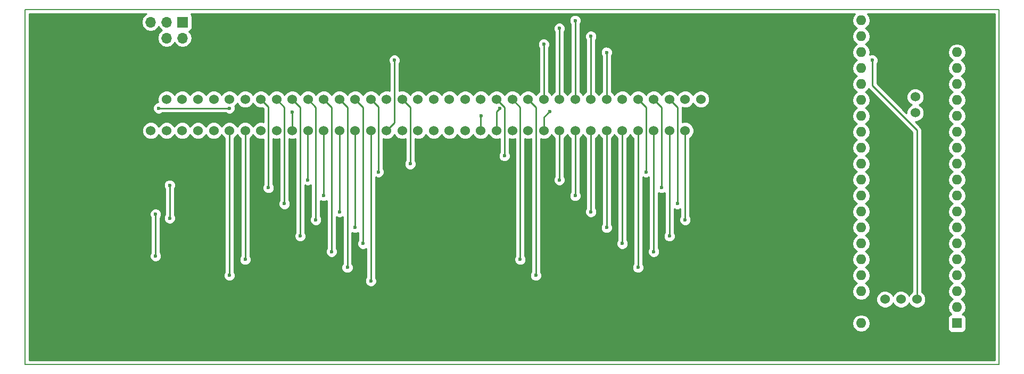
<source format=gbr>
G04 #@! TF.FileFunction,Copper,L2,Bot,Signal*
%FSLAX46Y46*%
G04 Gerber Fmt 4.6, Leading zero omitted, Abs format (unit mm)*
G04 Created by KiCad (PCBNEW 4.0.4-stable) date 11/18/18 17:44:52*
%MOMM*%
%LPD*%
G01*
G04 APERTURE LIST*
%ADD10C,0.100000*%
%ADD11C,0.150000*%
%ADD12C,1.524000*%
%ADD13R,1.700000X1.700000*%
%ADD14O,1.700000X1.700000*%
%ADD15R,1.600000X1.600000*%
%ADD16O,1.600000X1.600000*%
%ADD17C,3.000000*%
%ADD18C,0.600000*%
%ADD19C,0.250000*%
%ADD20C,0.254000*%
G04 APERTURE END LIST*
D10*
D11*
X225200000Y-69800000D02*
X225200000Y-126400000D01*
X70200000Y-69800000D02*
X225200000Y-69800000D01*
X70200000Y-126400000D02*
X70200000Y-69800000D01*
X225200000Y-126400000D02*
X70200000Y-126400000D01*
D12*
X177741350Y-89107334D03*
X175241350Y-89107334D03*
X172741350Y-89107334D03*
X170241350Y-89107334D03*
X167741350Y-89107334D03*
X165241350Y-89107334D03*
X162741350Y-89107334D03*
X160241350Y-89107334D03*
X157741350Y-89107334D03*
X155241350Y-89107334D03*
X152741350Y-89107334D03*
X150241350Y-89107334D03*
X147741350Y-89107334D03*
X145241350Y-89107334D03*
X142741350Y-89107334D03*
X140241350Y-89107334D03*
X137741350Y-89107334D03*
X135241350Y-89107334D03*
X132741350Y-89107334D03*
X130241350Y-89107334D03*
X127741350Y-89107334D03*
X125241350Y-89107334D03*
X122741350Y-89107334D03*
X120241350Y-89107334D03*
X117741350Y-89107334D03*
X115241350Y-89107334D03*
X112741350Y-89107334D03*
X110241350Y-89107334D03*
X107741350Y-89107334D03*
X105241350Y-89107334D03*
X102741350Y-89107334D03*
X100241350Y-89107334D03*
X97741350Y-89107334D03*
X95241350Y-89107334D03*
X92741350Y-89107334D03*
X90241350Y-89107334D03*
X177741350Y-84107334D03*
X175241350Y-84107334D03*
X172741350Y-84107334D03*
X170241350Y-84107334D03*
X167741350Y-84107334D03*
X165241350Y-84107334D03*
X162741350Y-84107334D03*
X160241350Y-84107334D03*
X157741350Y-84107334D03*
X155241350Y-84107334D03*
X152741350Y-84107334D03*
X150241350Y-84107334D03*
X147741350Y-84107334D03*
X145241350Y-84107334D03*
X142741350Y-84107334D03*
X140241350Y-84107334D03*
X137741350Y-84107334D03*
X135241350Y-84107334D03*
X132741350Y-84107334D03*
X130241350Y-84107334D03*
X127741350Y-84107334D03*
X125241350Y-84107334D03*
X122741350Y-84107334D03*
X120241350Y-84107334D03*
X117741350Y-84107334D03*
X115241350Y-84107334D03*
X112741350Y-84107334D03*
X110241350Y-84107334D03*
X107741350Y-84107334D03*
X105241350Y-84107334D03*
X102741350Y-84107334D03*
X100241350Y-84107334D03*
X97741350Y-84107334D03*
X95241350Y-84107334D03*
X92741350Y-84107334D03*
X90241350Y-84107334D03*
D13*
X95291350Y-71807334D03*
D14*
X95291350Y-74347334D03*
X92751350Y-71807334D03*
X92751350Y-74347334D03*
X90211350Y-71807334D03*
X90211350Y-74347334D03*
D15*
X218466350Y-119807334D03*
D16*
X203226350Y-71547334D03*
X218466350Y-117267334D03*
X203226350Y-74087334D03*
X218466350Y-114727334D03*
X203226350Y-76627334D03*
X218466350Y-112187334D03*
X203226350Y-79167334D03*
X218466350Y-109647334D03*
X203226350Y-81707334D03*
X218466350Y-107107334D03*
X203226350Y-84247334D03*
X218466350Y-104567334D03*
X203226350Y-86787334D03*
X218466350Y-102027334D03*
X203226350Y-89327334D03*
X218466350Y-99487334D03*
X203226350Y-91867334D03*
X218466350Y-96947334D03*
X203226350Y-94407334D03*
X218466350Y-94407334D03*
X203226350Y-96947334D03*
X218466350Y-91867334D03*
X203226350Y-99487334D03*
X218466350Y-89327334D03*
X203226350Y-102027334D03*
X218466350Y-86787334D03*
X203226350Y-104567334D03*
X218466350Y-84247334D03*
X203226350Y-107107334D03*
X218466350Y-81707334D03*
X203226350Y-109647334D03*
X218466350Y-79167334D03*
X203226350Y-112187334D03*
X218466350Y-76627334D03*
X203226350Y-114727334D03*
X218466350Y-74087334D03*
X203226350Y-117267334D03*
X218466350Y-71547334D03*
X203226350Y-119807334D03*
D12*
X207036350Y-115997334D03*
X209576350Y-115997334D03*
X212116350Y-115997334D03*
X214656350Y-115997334D03*
X211862350Y-86279334D03*
X211862350Y-83739334D03*
X211862350Y-81199334D03*
D17*
X192000000Y-86600000D03*
X76000000Y-86600000D03*
D18*
X91490000Y-85520000D03*
X102730000Y-85520000D03*
X116491350Y-103307334D03*
X175241350Y-103307334D03*
X113991350Y-105907334D03*
X172741354Y-105907334D03*
X118991350Y-108382334D03*
X170241350Y-108382334D03*
X121491350Y-110907334D03*
X167741350Y-110907334D03*
X123991350Y-107107334D03*
X165241350Y-107107334D03*
X122741350Y-104557334D03*
X162741350Y-104557334D03*
X120241350Y-102032334D03*
X160241350Y-102032334D03*
X117741350Y-99482334D03*
X157741350Y-99482334D03*
X115191350Y-96957334D03*
X155241350Y-96957334D03*
X112741350Y-86157334D03*
X153672862Y-86057344D03*
X145773019Y-85522901D03*
X142766350Y-86782350D03*
X128991350Y-77882334D03*
X204991350Y-77882334D03*
X125241350Y-113057334D03*
X105241350Y-109632334D03*
X148991350Y-109632334D03*
X102741350Y-112182334D03*
X151491350Y-112182334D03*
X152741350Y-75357334D03*
X155241350Y-72807334D03*
X111491348Y-100757334D03*
X173991350Y-100757334D03*
X108941350Y-98207334D03*
X171491350Y-98207334D03*
X126441350Y-95682334D03*
X168991350Y-95682334D03*
X162741350Y-76632334D03*
X160241350Y-74082334D03*
X157741350Y-71557334D03*
X146491350Y-93132334D03*
X131491350Y-94407334D03*
X93241350Y-103057334D03*
X93241350Y-97807334D03*
X90991350Y-102407334D03*
X90991350Y-109107334D03*
D19*
X102305736Y-85520000D02*
X91490000Y-85520000D01*
X102730000Y-85520000D02*
X102305736Y-85520000D01*
X116491350Y-103307334D02*
X116491350Y-85357334D01*
X116491350Y-85357334D02*
X115191350Y-84057334D01*
X175241350Y-103307334D02*
X175241350Y-102883070D01*
X175241350Y-102883070D02*
X175241350Y-89107334D01*
X113991350Y-105907334D02*
X113991350Y-85357334D01*
X113991350Y-85357334D02*
X113503349Y-84869333D01*
X113503349Y-84869333D02*
X112741350Y-84107334D01*
X172741350Y-105907330D02*
X172741354Y-105907334D01*
X172741350Y-89107334D02*
X172741350Y-105907330D01*
X118991350Y-108382334D02*
X118991350Y-85357334D01*
X118991350Y-85357334D02*
X117741350Y-84107334D01*
X170241350Y-108382334D02*
X170241350Y-107958070D01*
X170241350Y-107958070D02*
X170241350Y-89107334D01*
X121491350Y-110907334D02*
X121491350Y-85357334D01*
X121491350Y-85357334D02*
X120241350Y-84107334D01*
X167741350Y-110907334D02*
X167741350Y-110483070D01*
X167741350Y-110483070D02*
X167741350Y-89107334D01*
X123991350Y-107107334D02*
X123991350Y-85357334D01*
X123991350Y-85357334D02*
X122741350Y-84107334D01*
X165241350Y-107107334D02*
X165241350Y-89107334D01*
X122741350Y-104557334D02*
X122741350Y-104133070D01*
X122741350Y-104133070D02*
X122741350Y-89107334D01*
X162741350Y-104557334D02*
X162741350Y-104133070D01*
X162741350Y-104133070D02*
X162741350Y-89107334D01*
X120241350Y-102032334D02*
X120241350Y-89107334D01*
X160241350Y-102032334D02*
X160241350Y-101608070D01*
X160241350Y-101608070D02*
X160241350Y-89107334D01*
X117741350Y-99482334D02*
X117741350Y-99058070D01*
X117741350Y-99058070D02*
X117741350Y-89107334D01*
X157741350Y-99482334D02*
X157741350Y-89107334D01*
X115191350Y-96957334D02*
X115191350Y-89157334D01*
X115191350Y-89157334D02*
X115241350Y-89107334D01*
X155241350Y-96957334D02*
X155241350Y-89107334D01*
X112741350Y-89107334D02*
X112741350Y-86157334D01*
X153372863Y-86357343D02*
X153672862Y-86057344D01*
X152741350Y-89107334D02*
X152741350Y-86988856D01*
X152741350Y-86988856D02*
X153372863Y-86357343D01*
X145241350Y-89107334D02*
X145241350Y-86054570D01*
X145473020Y-85822900D02*
X145773019Y-85522901D01*
X145241350Y-86054570D02*
X145473020Y-85822900D01*
X142741350Y-86807350D02*
X142766350Y-86782350D01*
X142741350Y-89107334D02*
X142741350Y-86807350D01*
X212116350Y-115997334D02*
X212116350Y-89032334D01*
X212116350Y-89032334D02*
X204991350Y-81907334D01*
X204991350Y-81907334D02*
X204991350Y-77882334D01*
X128991350Y-77882334D02*
X128991350Y-87857334D01*
X128991350Y-87857334D02*
X127741350Y-89107334D01*
X125241350Y-113057334D02*
X125241350Y-89107334D01*
X105241350Y-109632334D02*
X105241350Y-109208070D01*
X105241350Y-109208070D02*
X105241350Y-89107334D01*
X148991350Y-109632334D02*
X148991350Y-85357334D01*
X148991350Y-85357334D02*
X147741350Y-84107334D01*
X102741350Y-112182334D02*
X102741350Y-111758070D01*
X102741350Y-111758070D02*
X102741350Y-89107334D01*
X151491350Y-112182334D02*
X151491350Y-85357334D01*
X151491350Y-85357334D02*
X150241350Y-84107334D01*
X152741350Y-75357334D02*
X152741350Y-75781598D01*
X152741350Y-75781598D02*
X152741350Y-84107334D01*
X155241350Y-72807334D02*
X155241350Y-73231598D01*
X155241350Y-73231598D02*
X155241350Y-84107334D01*
X111491348Y-100333070D02*
X111491348Y-100757334D01*
X110241350Y-84107334D02*
X111491348Y-85357332D01*
X111491348Y-85357332D02*
X111491348Y-100333070D01*
X173991350Y-100757334D02*
X173991350Y-85357334D01*
X173991350Y-85357334D02*
X172741350Y-84107334D01*
X108941350Y-98207334D02*
X108941350Y-85307334D01*
X108941350Y-85307334D02*
X107741350Y-84107334D01*
X171491350Y-98207334D02*
X171491350Y-85357334D01*
X171491350Y-85357334D02*
X170241350Y-84107334D01*
X126441350Y-95682334D02*
X126441350Y-85307334D01*
X126441350Y-85307334D02*
X125241350Y-84107334D01*
X168991350Y-95682334D02*
X168991350Y-85357334D01*
X168991350Y-85357334D02*
X167741350Y-84107334D01*
X162741350Y-76632334D02*
X162741350Y-77056598D01*
X162741350Y-77056598D02*
X162741350Y-84107334D01*
X160241350Y-74082334D02*
X160241350Y-74506598D01*
X160241350Y-74506598D02*
X160241350Y-84107334D01*
X157741350Y-71557334D02*
X157741350Y-71981598D01*
X157741350Y-71981598D02*
X157741350Y-84107334D01*
X146491350Y-85357334D02*
X145241350Y-84107334D01*
X146491350Y-93132334D02*
X146491350Y-85357334D01*
X131491350Y-94407334D02*
X131491350Y-85357334D01*
X131491350Y-85357334D02*
X130241350Y-84107334D01*
X93241350Y-97807334D02*
X93241350Y-103057334D01*
X90991350Y-109107334D02*
X90991350Y-102407334D01*
D20*
G36*
X89161296Y-70728187D02*
X88839389Y-71209956D01*
X88726350Y-71778241D01*
X88726350Y-71836427D01*
X88839389Y-72404712D01*
X89161296Y-72886481D01*
X89643065Y-73208388D01*
X90211350Y-73321427D01*
X90779635Y-73208388D01*
X91261404Y-72886481D01*
X91481350Y-72557308D01*
X91701296Y-72886481D01*
X91986928Y-73077334D01*
X91701296Y-73268187D01*
X91379389Y-73749956D01*
X91266350Y-74318241D01*
X91266350Y-74376427D01*
X91379389Y-74944712D01*
X91701296Y-75426481D01*
X92183065Y-75748388D01*
X92751350Y-75861427D01*
X93319635Y-75748388D01*
X93801404Y-75426481D01*
X94021350Y-75097308D01*
X94241296Y-75426481D01*
X94723065Y-75748388D01*
X95291350Y-75861427D01*
X95859635Y-75748388D01*
X96341404Y-75426481D01*
X96663311Y-74944712D01*
X96776350Y-74376427D01*
X96776350Y-74318241D01*
X96663311Y-73749956D01*
X96341404Y-73268187D01*
X96340171Y-73267363D01*
X96376667Y-73260496D01*
X96592791Y-73121424D01*
X96737781Y-72909224D01*
X96788790Y-72657334D01*
X96788790Y-70957334D01*
X96744512Y-70722017D01*
X96608083Y-70510000D01*
X202217416Y-70510000D01*
X202183539Y-70532636D01*
X201872470Y-70998183D01*
X201763237Y-71547334D01*
X201872470Y-72096485D01*
X202183539Y-72562032D01*
X202565625Y-72817334D01*
X202183539Y-73072636D01*
X201872470Y-73538183D01*
X201763237Y-74087334D01*
X201872470Y-74636485D01*
X202183539Y-75102032D01*
X202565625Y-75357334D01*
X202183539Y-75612636D01*
X201872470Y-76078183D01*
X201763237Y-76627334D01*
X201872470Y-77176485D01*
X202183539Y-77642032D01*
X202565625Y-77897334D01*
X202183539Y-78152636D01*
X201872470Y-78618183D01*
X201763237Y-79167334D01*
X201872470Y-79716485D01*
X202183539Y-80182032D01*
X202565625Y-80437334D01*
X202183539Y-80692636D01*
X201872470Y-81158183D01*
X201763237Y-81707334D01*
X201872470Y-82256485D01*
X202183539Y-82722032D01*
X202565625Y-82977334D01*
X202183539Y-83232636D01*
X201872470Y-83698183D01*
X201763237Y-84247334D01*
X201872470Y-84796485D01*
X202183539Y-85262032D01*
X202565625Y-85517334D01*
X202183539Y-85772636D01*
X201872470Y-86238183D01*
X201763237Y-86787334D01*
X201872470Y-87336485D01*
X202183539Y-87802032D01*
X202565625Y-88057334D01*
X202183539Y-88312636D01*
X201872470Y-88778183D01*
X201763237Y-89327334D01*
X201872470Y-89876485D01*
X202183539Y-90342032D01*
X202565625Y-90597334D01*
X202183539Y-90852636D01*
X201872470Y-91318183D01*
X201763237Y-91867334D01*
X201872470Y-92416485D01*
X202183539Y-92882032D01*
X202565625Y-93137334D01*
X202183539Y-93392636D01*
X201872470Y-93858183D01*
X201763237Y-94407334D01*
X201872470Y-94956485D01*
X202183539Y-95422032D01*
X202565625Y-95677334D01*
X202183539Y-95932636D01*
X201872470Y-96398183D01*
X201763237Y-96947334D01*
X201872470Y-97496485D01*
X202183539Y-97962032D01*
X202565625Y-98217334D01*
X202183539Y-98472636D01*
X201872470Y-98938183D01*
X201763237Y-99487334D01*
X201872470Y-100036485D01*
X202183539Y-100502032D01*
X202565625Y-100757334D01*
X202183539Y-101012636D01*
X201872470Y-101478183D01*
X201763237Y-102027334D01*
X201872470Y-102576485D01*
X202183539Y-103042032D01*
X202565625Y-103297334D01*
X202183539Y-103552636D01*
X201872470Y-104018183D01*
X201763237Y-104567334D01*
X201872470Y-105116485D01*
X202183539Y-105582032D01*
X202565625Y-105837334D01*
X202183539Y-106092636D01*
X201872470Y-106558183D01*
X201763237Y-107107334D01*
X201872470Y-107656485D01*
X202183539Y-108122032D01*
X202565625Y-108377334D01*
X202183539Y-108632636D01*
X201872470Y-109098183D01*
X201763237Y-109647334D01*
X201872470Y-110196485D01*
X202183539Y-110662032D01*
X202565625Y-110917334D01*
X202183539Y-111172636D01*
X201872470Y-111638183D01*
X201763237Y-112187334D01*
X201872470Y-112736485D01*
X202183539Y-113202032D01*
X202565625Y-113457334D01*
X202183539Y-113712636D01*
X201872470Y-114178183D01*
X201763237Y-114727334D01*
X201872470Y-115276485D01*
X202183539Y-115742032D01*
X202649086Y-116053101D01*
X203198237Y-116162334D01*
X203254463Y-116162334D01*
X203803614Y-116053101D01*
X204269161Y-115742032D01*
X204580230Y-115276485D01*
X204689463Y-114727334D01*
X204580230Y-114178183D01*
X204269161Y-113712636D01*
X203887075Y-113457334D01*
X204269161Y-113202032D01*
X204580230Y-112736485D01*
X204689463Y-112187334D01*
X204580230Y-111638183D01*
X204269161Y-111172636D01*
X203887075Y-110917334D01*
X204269161Y-110662032D01*
X204580230Y-110196485D01*
X204689463Y-109647334D01*
X204580230Y-109098183D01*
X204269161Y-108632636D01*
X203887075Y-108377334D01*
X204269161Y-108122032D01*
X204580230Y-107656485D01*
X204689463Y-107107334D01*
X204580230Y-106558183D01*
X204269161Y-106092636D01*
X203887075Y-105837334D01*
X204269161Y-105582032D01*
X204580230Y-105116485D01*
X204689463Y-104567334D01*
X204580230Y-104018183D01*
X204269161Y-103552636D01*
X203887075Y-103297334D01*
X204269161Y-103042032D01*
X204580230Y-102576485D01*
X204689463Y-102027334D01*
X204580230Y-101478183D01*
X204269161Y-101012636D01*
X203887075Y-100757334D01*
X204269161Y-100502032D01*
X204580230Y-100036485D01*
X204689463Y-99487334D01*
X204580230Y-98938183D01*
X204269161Y-98472636D01*
X203887075Y-98217334D01*
X204269161Y-97962032D01*
X204580230Y-97496485D01*
X204689463Y-96947334D01*
X204580230Y-96398183D01*
X204269161Y-95932636D01*
X203887075Y-95677334D01*
X204269161Y-95422032D01*
X204580230Y-94956485D01*
X204689463Y-94407334D01*
X204580230Y-93858183D01*
X204269161Y-93392636D01*
X203887075Y-93137334D01*
X204269161Y-92882032D01*
X204580230Y-92416485D01*
X204689463Y-91867334D01*
X204580230Y-91318183D01*
X204269161Y-90852636D01*
X203887075Y-90597334D01*
X204269161Y-90342032D01*
X204580230Y-89876485D01*
X204689463Y-89327334D01*
X204580230Y-88778183D01*
X204269161Y-88312636D01*
X203887075Y-88057334D01*
X204269161Y-87802032D01*
X204580230Y-87336485D01*
X204689463Y-86787334D01*
X204580230Y-86238183D01*
X204269161Y-85772636D01*
X203887075Y-85517334D01*
X204269161Y-85262032D01*
X204580230Y-84796485D01*
X204689463Y-84247334D01*
X204580230Y-83698183D01*
X204269161Y-83232636D01*
X203887075Y-82977334D01*
X204269161Y-82722032D01*
X204454246Y-82445032D01*
X211356350Y-89347136D01*
X211356350Y-114799803D01*
X211326047Y-114812324D01*
X210932721Y-115204964D01*
X210846401Y-115412846D01*
X210761360Y-115207031D01*
X210368720Y-114813705D01*
X209855450Y-114600577D01*
X209299689Y-114600092D01*
X208786047Y-114812324D01*
X208392721Y-115204964D01*
X208306401Y-115412846D01*
X208221360Y-115207031D01*
X207828720Y-114813705D01*
X207315450Y-114600577D01*
X206759689Y-114600092D01*
X206246047Y-114812324D01*
X205852721Y-115204964D01*
X205639593Y-115718234D01*
X205639108Y-116273995D01*
X205851340Y-116787637D01*
X206243980Y-117180963D01*
X206757250Y-117394091D01*
X207313011Y-117394576D01*
X207826653Y-117182344D01*
X208219979Y-116789704D01*
X208306299Y-116581822D01*
X208391340Y-116787637D01*
X208783980Y-117180963D01*
X209297250Y-117394091D01*
X209853011Y-117394576D01*
X210366653Y-117182344D01*
X210759979Y-116789704D01*
X210846299Y-116581822D01*
X210931340Y-116787637D01*
X211323980Y-117180963D01*
X211837250Y-117394091D01*
X212393011Y-117394576D01*
X212906653Y-117182344D01*
X213299979Y-116789704D01*
X213513107Y-116276434D01*
X213513592Y-115720673D01*
X213301360Y-115207031D01*
X212908720Y-114813705D01*
X212876350Y-114800264D01*
X212876350Y-89032334D01*
X212818498Y-88741495D01*
X212653751Y-88494933D01*
X211835129Y-87676311D01*
X212139011Y-87676576D01*
X212652653Y-87464344D01*
X213045979Y-87071704D01*
X213259107Y-86558434D01*
X213259592Y-86002673D01*
X213047360Y-85489031D01*
X212654720Y-85095705D01*
X212446838Y-85009385D01*
X212652653Y-84924344D01*
X213045979Y-84531704D01*
X213259107Y-84018434D01*
X213259592Y-83462673D01*
X213047360Y-82949031D01*
X212654720Y-82555705D01*
X212141450Y-82342577D01*
X211585689Y-82342092D01*
X211072047Y-82554324D01*
X210678721Y-82946964D01*
X210465593Y-83460234D01*
X210465108Y-84015995D01*
X210677340Y-84529637D01*
X211069980Y-84922963D01*
X211277862Y-85009283D01*
X211072047Y-85094324D01*
X210678721Y-85486964D01*
X210465593Y-86000234D01*
X210465326Y-86306508D01*
X205751350Y-81592532D01*
X205751350Y-78444797D01*
X205783542Y-78412661D01*
X205926188Y-78069133D01*
X205926512Y-77697167D01*
X205784467Y-77353391D01*
X205521677Y-77090142D01*
X205178149Y-76947496D01*
X204806183Y-76947172D01*
X204609694Y-77028359D01*
X204689463Y-76627334D01*
X217003237Y-76627334D01*
X217112470Y-77176485D01*
X217423539Y-77642032D01*
X217805625Y-77897334D01*
X217423539Y-78152636D01*
X217112470Y-78618183D01*
X217003237Y-79167334D01*
X217112470Y-79716485D01*
X217423539Y-80182032D01*
X217805625Y-80437334D01*
X217423539Y-80692636D01*
X217112470Y-81158183D01*
X217003237Y-81707334D01*
X217112470Y-82256485D01*
X217423539Y-82722032D01*
X217805625Y-82977334D01*
X217423539Y-83232636D01*
X217112470Y-83698183D01*
X217003237Y-84247334D01*
X217112470Y-84796485D01*
X217423539Y-85262032D01*
X217805625Y-85517334D01*
X217423539Y-85772636D01*
X217112470Y-86238183D01*
X217003237Y-86787334D01*
X217112470Y-87336485D01*
X217423539Y-87802032D01*
X217805625Y-88057334D01*
X217423539Y-88312636D01*
X217112470Y-88778183D01*
X217003237Y-89327334D01*
X217112470Y-89876485D01*
X217423539Y-90342032D01*
X217805625Y-90597334D01*
X217423539Y-90852636D01*
X217112470Y-91318183D01*
X217003237Y-91867334D01*
X217112470Y-92416485D01*
X217423539Y-92882032D01*
X217805625Y-93137334D01*
X217423539Y-93392636D01*
X217112470Y-93858183D01*
X217003237Y-94407334D01*
X217112470Y-94956485D01*
X217423539Y-95422032D01*
X217805625Y-95677334D01*
X217423539Y-95932636D01*
X217112470Y-96398183D01*
X217003237Y-96947334D01*
X217112470Y-97496485D01*
X217423539Y-97962032D01*
X217805625Y-98217334D01*
X217423539Y-98472636D01*
X217112470Y-98938183D01*
X217003237Y-99487334D01*
X217112470Y-100036485D01*
X217423539Y-100502032D01*
X217805625Y-100757334D01*
X217423539Y-101012636D01*
X217112470Y-101478183D01*
X217003237Y-102027334D01*
X217112470Y-102576485D01*
X217423539Y-103042032D01*
X217805625Y-103297334D01*
X217423539Y-103552636D01*
X217112470Y-104018183D01*
X217003237Y-104567334D01*
X217112470Y-105116485D01*
X217423539Y-105582032D01*
X217805625Y-105837334D01*
X217423539Y-106092636D01*
X217112470Y-106558183D01*
X217003237Y-107107334D01*
X217112470Y-107656485D01*
X217423539Y-108122032D01*
X217805625Y-108377334D01*
X217423539Y-108632636D01*
X217112470Y-109098183D01*
X217003237Y-109647334D01*
X217112470Y-110196485D01*
X217423539Y-110662032D01*
X217805625Y-110917334D01*
X217423539Y-111172636D01*
X217112470Y-111638183D01*
X217003237Y-112187334D01*
X217112470Y-112736485D01*
X217423539Y-113202032D01*
X217805625Y-113457334D01*
X217423539Y-113712636D01*
X217112470Y-114178183D01*
X217003237Y-114727334D01*
X217112470Y-115276485D01*
X217423539Y-115742032D01*
X217805625Y-115997334D01*
X217423539Y-116252636D01*
X217112470Y-116718183D01*
X217003237Y-117267334D01*
X217112470Y-117816485D01*
X217423539Y-118282032D01*
X217567815Y-118378435D01*
X217431033Y-118404172D01*
X217214909Y-118543244D01*
X217069919Y-118755444D01*
X217018910Y-119007334D01*
X217018910Y-120607334D01*
X217063188Y-120842651D01*
X217202260Y-121058775D01*
X217414460Y-121203765D01*
X217666350Y-121254774D01*
X219266350Y-121254774D01*
X219501667Y-121210496D01*
X219717791Y-121071424D01*
X219862781Y-120859224D01*
X219913790Y-120607334D01*
X219913790Y-119007334D01*
X219869512Y-118772017D01*
X219730440Y-118555893D01*
X219518240Y-118410903D01*
X219363261Y-118379519D01*
X219509161Y-118282032D01*
X219820230Y-117816485D01*
X219929463Y-117267334D01*
X219820230Y-116718183D01*
X219509161Y-116252636D01*
X219127075Y-115997334D01*
X219509161Y-115742032D01*
X219820230Y-115276485D01*
X219929463Y-114727334D01*
X219820230Y-114178183D01*
X219509161Y-113712636D01*
X219127075Y-113457334D01*
X219509161Y-113202032D01*
X219820230Y-112736485D01*
X219929463Y-112187334D01*
X219820230Y-111638183D01*
X219509161Y-111172636D01*
X219127075Y-110917334D01*
X219509161Y-110662032D01*
X219820230Y-110196485D01*
X219929463Y-109647334D01*
X219820230Y-109098183D01*
X219509161Y-108632636D01*
X219127075Y-108377334D01*
X219509161Y-108122032D01*
X219820230Y-107656485D01*
X219929463Y-107107334D01*
X219820230Y-106558183D01*
X219509161Y-106092636D01*
X219127075Y-105837334D01*
X219509161Y-105582032D01*
X219820230Y-105116485D01*
X219929463Y-104567334D01*
X219820230Y-104018183D01*
X219509161Y-103552636D01*
X219127075Y-103297334D01*
X219509161Y-103042032D01*
X219820230Y-102576485D01*
X219929463Y-102027334D01*
X219820230Y-101478183D01*
X219509161Y-101012636D01*
X219127075Y-100757334D01*
X219509161Y-100502032D01*
X219820230Y-100036485D01*
X219929463Y-99487334D01*
X219820230Y-98938183D01*
X219509161Y-98472636D01*
X219127075Y-98217334D01*
X219509161Y-97962032D01*
X219820230Y-97496485D01*
X219929463Y-96947334D01*
X219820230Y-96398183D01*
X219509161Y-95932636D01*
X219127075Y-95677334D01*
X219509161Y-95422032D01*
X219820230Y-94956485D01*
X219929463Y-94407334D01*
X219820230Y-93858183D01*
X219509161Y-93392636D01*
X219127075Y-93137334D01*
X219509161Y-92882032D01*
X219820230Y-92416485D01*
X219929463Y-91867334D01*
X219820230Y-91318183D01*
X219509161Y-90852636D01*
X219127075Y-90597334D01*
X219509161Y-90342032D01*
X219820230Y-89876485D01*
X219929463Y-89327334D01*
X219820230Y-88778183D01*
X219509161Y-88312636D01*
X219127075Y-88057334D01*
X219509161Y-87802032D01*
X219820230Y-87336485D01*
X219929463Y-86787334D01*
X219820230Y-86238183D01*
X219509161Y-85772636D01*
X219127075Y-85517334D01*
X219509161Y-85262032D01*
X219820230Y-84796485D01*
X219929463Y-84247334D01*
X219820230Y-83698183D01*
X219509161Y-83232636D01*
X219127075Y-82977334D01*
X219509161Y-82722032D01*
X219820230Y-82256485D01*
X219929463Y-81707334D01*
X219820230Y-81158183D01*
X219509161Y-80692636D01*
X219127075Y-80437334D01*
X219509161Y-80182032D01*
X219820230Y-79716485D01*
X219929463Y-79167334D01*
X219820230Y-78618183D01*
X219509161Y-78152636D01*
X219127075Y-77897334D01*
X219509161Y-77642032D01*
X219820230Y-77176485D01*
X219929463Y-76627334D01*
X219820230Y-76078183D01*
X219509161Y-75612636D01*
X219043614Y-75301567D01*
X218494463Y-75192334D01*
X218438237Y-75192334D01*
X217889086Y-75301567D01*
X217423539Y-75612636D01*
X217112470Y-76078183D01*
X217003237Y-76627334D01*
X204689463Y-76627334D01*
X204580230Y-76078183D01*
X204269161Y-75612636D01*
X203887075Y-75357334D01*
X204269161Y-75102032D01*
X204580230Y-74636485D01*
X204689463Y-74087334D01*
X204580230Y-73538183D01*
X204269161Y-73072636D01*
X203887075Y-72817334D01*
X204269161Y-72562032D01*
X204580230Y-72096485D01*
X204689463Y-71547334D01*
X204580230Y-70998183D01*
X204269161Y-70532636D01*
X204235284Y-70510000D01*
X224490000Y-70510000D01*
X224490000Y-125690000D01*
X70910000Y-125690000D01*
X70910000Y-119807334D01*
X201763237Y-119807334D01*
X201872470Y-120356485D01*
X202183539Y-120822032D01*
X202649086Y-121133101D01*
X203198237Y-121242334D01*
X203254463Y-121242334D01*
X203803614Y-121133101D01*
X204269161Y-120822032D01*
X204580230Y-120356485D01*
X204689463Y-119807334D01*
X204580230Y-119258183D01*
X204269161Y-118792636D01*
X203803614Y-118481567D01*
X203254463Y-118372334D01*
X203198237Y-118372334D01*
X202649086Y-118481567D01*
X202183539Y-118792636D01*
X201872470Y-119258183D01*
X201763237Y-119807334D01*
X70910000Y-119807334D01*
X70910000Y-102592501D01*
X90056188Y-102592501D01*
X90198233Y-102936277D01*
X90231350Y-102969452D01*
X90231350Y-108544871D01*
X90199158Y-108577007D01*
X90056512Y-108920535D01*
X90056188Y-109292501D01*
X90198233Y-109636277D01*
X90461023Y-109899526D01*
X90804551Y-110042172D01*
X91176517Y-110042496D01*
X91520293Y-109900451D01*
X91783542Y-109637661D01*
X91926188Y-109294133D01*
X91926512Y-108922167D01*
X91784467Y-108578391D01*
X91751350Y-108545216D01*
X91751350Y-102969797D01*
X91783542Y-102937661D01*
X91926188Y-102594133D01*
X91926512Y-102222167D01*
X91784467Y-101878391D01*
X91521677Y-101615142D01*
X91178149Y-101472496D01*
X90806183Y-101472172D01*
X90462407Y-101614217D01*
X90199158Y-101877007D01*
X90056512Y-102220535D01*
X90056188Y-102592501D01*
X70910000Y-102592501D01*
X70910000Y-97992501D01*
X92306188Y-97992501D01*
X92448233Y-98336277D01*
X92481350Y-98369452D01*
X92481350Y-102494871D01*
X92449158Y-102527007D01*
X92306512Y-102870535D01*
X92306188Y-103242501D01*
X92448233Y-103586277D01*
X92711023Y-103849526D01*
X93054551Y-103992172D01*
X93426517Y-103992496D01*
X93770293Y-103850451D01*
X94033542Y-103587661D01*
X94176188Y-103244133D01*
X94176512Y-102872167D01*
X94034467Y-102528391D01*
X94001350Y-102495216D01*
X94001350Y-98369797D01*
X94033542Y-98337661D01*
X94176188Y-97994133D01*
X94176512Y-97622167D01*
X94034467Y-97278391D01*
X93771677Y-97015142D01*
X93428149Y-96872496D01*
X93056183Y-96872172D01*
X92712407Y-97014217D01*
X92449158Y-97277007D01*
X92306512Y-97620535D01*
X92306188Y-97992501D01*
X70910000Y-97992501D01*
X70910000Y-89383995D01*
X88844108Y-89383995D01*
X89056340Y-89897637D01*
X89448980Y-90290963D01*
X89962250Y-90504091D01*
X90518011Y-90504576D01*
X91031653Y-90292344D01*
X91424979Y-89899704D01*
X91491250Y-89740106D01*
X91556340Y-89897637D01*
X91948980Y-90290963D01*
X92462250Y-90504091D01*
X93018011Y-90504576D01*
X93531653Y-90292344D01*
X93924979Y-89899704D01*
X93991250Y-89740106D01*
X94056340Y-89897637D01*
X94448980Y-90290963D01*
X94962250Y-90504091D01*
X95518011Y-90504576D01*
X96031653Y-90292344D01*
X96424979Y-89899704D01*
X96491250Y-89740106D01*
X96556340Y-89897637D01*
X96948980Y-90290963D01*
X97462250Y-90504091D01*
X98018011Y-90504576D01*
X98531653Y-90292344D01*
X98924979Y-89899704D01*
X98991250Y-89740106D01*
X99056340Y-89897637D01*
X99448980Y-90290963D01*
X99962250Y-90504091D01*
X100518011Y-90504576D01*
X101031653Y-90292344D01*
X101424979Y-89899704D01*
X101491250Y-89740106D01*
X101556340Y-89897637D01*
X101948980Y-90290963D01*
X101981350Y-90304404D01*
X101981350Y-111619871D01*
X101949158Y-111652007D01*
X101806512Y-111995535D01*
X101806188Y-112367501D01*
X101948233Y-112711277D01*
X102211023Y-112974526D01*
X102554551Y-113117172D01*
X102926517Y-113117496D01*
X103270293Y-112975451D01*
X103533542Y-112712661D01*
X103676188Y-112369133D01*
X103676512Y-111997167D01*
X103534467Y-111653391D01*
X103501350Y-111620216D01*
X103501350Y-90304865D01*
X103531653Y-90292344D01*
X103924979Y-89899704D01*
X103991250Y-89740106D01*
X104056340Y-89897637D01*
X104448980Y-90290963D01*
X104481350Y-90304404D01*
X104481350Y-109069871D01*
X104449158Y-109102007D01*
X104306512Y-109445535D01*
X104306188Y-109817501D01*
X104448233Y-110161277D01*
X104711023Y-110424526D01*
X105054551Y-110567172D01*
X105426517Y-110567496D01*
X105770293Y-110425451D01*
X106033542Y-110162661D01*
X106176188Y-109819133D01*
X106176512Y-109447167D01*
X106034467Y-109103391D01*
X106001350Y-109070216D01*
X106001350Y-90304865D01*
X106031653Y-90292344D01*
X106424979Y-89899704D01*
X106491250Y-89740106D01*
X106556340Y-89897637D01*
X106948980Y-90290963D01*
X107462250Y-90504091D01*
X108018011Y-90504576D01*
X108181350Y-90437086D01*
X108181350Y-97644871D01*
X108149158Y-97677007D01*
X108006512Y-98020535D01*
X108006188Y-98392501D01*
X108148233Y-98736277D01*
X108411023Y-98999526D01*
X108754551Y-99142172D01*
X109126517Y-99142496D01*
X109470293Y-99000451D01*
X109733542Y-98737661D01*
X109876188Y-98394133D01*
X109876512Y-98022167D01*
X109734467Y-97678391D01*
X109701350Y-97645216D01*
X109701350Y-90395756D01*
X109962250Y-90504091D01*
X110518011Y-90504576D01*
X110731348Y-90416427D01*
X110731348Y-100194871D01*
X110699156Y-100227007D01*
X110556510Y-100570535D01*
X110556186Y-100942501D01*
X110698231Y-101286277D01*
X110961021Y-101549526D01*
X111304549Y-101692172D01*
X111676515Y-101692496D01*
X112020291Y-101550451D01*
X112283540Y-101287661D01*
X112426186Y-100944133D01*
X112426510Y-100572167D01*
X112284465Y-100228391D01*
X112251348Y-100195216D01*
X112251348Y-90416517D01*
X112462250Y-90504091D01*
X113018011Y-90504576D01*
X113231350Y-90416426D01*
X113231350Y-105344871D01*
X113199158Y-105377007D01*
X113056512Y-105720535D01*
X113056188Y-106092501D01*
X113198233Y-106436277D01*
X113461023Y-106699526D01*
X113804551Y-106842172D01*
X114176517Y-106842496D01*
X114520293Y-106700451D01*
X114783542Y-106437661D01*
X114926188Y-106094133D01*
X114926512Y-105722167D01*
X114784467Y-105378391D01*
X114751350Y-105345216D01*
X114751350Y-97787033D01*
X115004551Y-97892172D01*
X115376517Y-97892496D01*
X115720293Y-97750451D01*
X115731350Y-97739413D01*
X115731350Y-102744871D01*
X115699158Y-102777007D01*
X115556512Y-103120535D01*
X115556188Y-103492501D01*
X115698233Y-103836277D01*
X115961023Y-104099526D01*
X116304551Y-104242172D01*
X116676517Y-104242496D01*
X117020293Y-104100451D01*
X117283542Y-103837661D01*
X117426188Y-103494133D01*
X117426512Y-103122167D01*
X117284467Y-102778391D01*
X117251350Y-102745216D01*
X117251350Y-100291271D01*
X117554551Y-100417172D01*
X117926517Y-100417496D01*
X118231350Y-100291542D01*
X118231350Y-107819871D01*
X118199158Y-107852007D01*
X118056512Y-108195535D01*
X118056188Y-108567501D01*
X118198233Y-108911277D01*
X118461023Y-109174526D01*
X118804551Y-109317172D01*
X119176517Y-109317496D01*
X119520293Y-109175451D01*
X119783542Y-108912661D01*
X119926188Y-108569133D01*
X119926512Y-108197167D01*
X119784467Y-107853391D01*
X119751350Y-107820216D01*
X119751350Y-102841271D01*
X120054551Y-102967172D01*
X120426517Y-102967496D01*
X120731350Y-102841542D01*
X120731350Y-110344871D01*
X120699158Y-110377007D01*
X120556512Y-110720535D01*
X120556188Y-111092501D01*
X120698233Y-111436277D01*
X120961023Y-111699526D01*
X121304551Y-111842172D01*
X121676517Y-111842496D01*
X122020293Y-111700451D01*
X122283542Y-111437661D01*
X122426188Y-111094133D01*
X122426512Y-110722167D01*
X122284467Y-110378391D01*
X122251350Y-110345216D01*
X122251350Y-105366271D01*
X122554551Y-105492172D01*
X122926517Y-105492496D01*
X123231350Y-105366542D01*
X123231350Y-106544871D01*
X123199158Y-106577007D01*
X123056512Y-106920535D01*
X123056188Y-107292501D01*
X123198233Y-107636277D01*
X123461023Y-107899526D01*
X123804551Y-108042172D01*
X124176517Y-108042496D01*
X124481350Y-107916542D01*
X124481350Y-112494871D01*
X124449158Y-112527007D01*
X124306512Y-112870535D01*
X124306188Y-113242501D01*
X124448233Y-113586277D01*
X124711023Y-113849526D01*
X125054551Y-113992172D01*
X125426517Y-113992496D01*
X125770293Y-113850451D01*
X126033542Y-113587661D01*
X126176188Y-113244133D01*
X126176512Y-112872167D01*
X126034467Y-112528391D01*
X126001350Y-112495216D01*
X126001350Y-96512033D01*
X126254551Y-96617172D01*
X126626517Y-96617496D01*
X126970293Y-96475451D01*
X127233542Y-96212661D01*
X127376188Y-95869133D01*
X127376512Y-95497167D01*
X127234467Y-95153391D01*
X127201350Y-95120216D01*
X127201350Y-90395756D01*
X127462250Y-90504091D01*
X128018011Y-90504576D01*
X128531653Y-90292344D01*
X128924979Y-89899704D01*
X128991250Y-89740106D01*
X129056340Y-89897637D01*
X129448980Y-90290963D01*
X129962250Y-90504091D01*
X130518011Y-90504576D01*
X130731350Y-90416426D01*
X130731350Y-93844871D01*
X130699158Y-93877007D01*
X130556512Y-94220535D01*
X130556188Y-94592501D01*
X130698233Y-94936277D01*
X130961023Y-95199526D01*
X131304551Y-95342172D01*
X131676517Y-95342496D01*
X132020293Y-95200451D01*
X132283542Y-94937661D01*
X132426188Y-94594133D01*
X132426512Y-94222167D01*
X132284467Y-93878391D01*
X132251350Y-93845216D01*
X132251350Y-90416518D01*
X132462250Y-90504091D01*
X133018011Y-90504576D01*
X133531653Y-90292344D01*
X133924979Y-89899704D01*
X133991250Y-89740106D01*
X134056340Y-89897637D01*
X134448980Y-90290963D01*
X134962250Y-90504091D01*
X135518011Y-90504576D01*
X136031653Y-90292344D01*
X136424979Y-89899704D01*
X136491250Y-89740106D01*
X136556340Y-89897637D01*
X136948980Y-90290963D01*
X137462250Y-90504091D01*
X138018011Y-90504576D01*
X138531653Y-90292344D01*
X138924979Y-89899704D01*
X138991250Y-89740106D01*
X139056340Y-89897637D01*
X139448980Y-90290963D01*
X139962250Y-90504091D01*
X140518011Y-90504576D01*
X141031653Y-90292344D01*
X141424979Y-89899704D01*
X141491250Y-89740106D01*
X141556340Y-89897637D01*
X141948980Y-90290963D01*
X142462250Y-90504091D01*
X143018011Y-90504576D01*
X143531653Y-90292344D01*
X143924979Y-89899704D01*
X143991250Y-89740106D01*
X144056340Y-89897637D01*
X144448980Y-90290963D01*
X144962250Y-90504091D01*
X145518011Y-90504576D01*
X145731350Y-90416426D01*
X145731350Y-92569871D01*
X145699158Y-92602007D01*
X145556512Y-92945535D01*
X145556188Y-93317501D01*
X145698233Y-93661277D01*
X145961023Y-93924526D01*
X146304551Y-94067172D01*
X146676517Y-94067496D01*
X147020293Y-93925451D01*
X147283542Y-93662661D01*
X147426188Y-93319133D01*
X147426512Y-92947167D01*
X147284467Y-92603391D01*
X147251350Y-92570216D01*
X147251350Y-90416518D01*
X147462250Y-90504091D01*
X148018011Y-90504576D01*
X148231350Y-90416426D01*
X148231350Y-109069871D01*
X148199158Y-109102007D01*
X148056512Y-109445535D01*
X148056188Y-109817501D01*
X148198233Y-110161277D01*
X148461023Y-110424526D01*
X148804551Y-110567172D01*
X149176517Y-110567496D01*
X149520293Y-110425451D01*
X149783542Y-110162661D01*
X149926188Y-109819133D01*
X149926512Y-109447167D01*
X149784467Y-109103391D01*
X149751350Y-109070216D01*
X149751350Y-90416518D01*
X149962250Y-90504091D01*
X150518011Y-90504576D01*
X150731350Y-90416426D01*
X150731350Y-111619871D01*
X150699158Y-111652007D01*
X150556512Y-111995535D01*
X150556188Y-112367501D01*
X150698233Y-112711277D01*
X150961023Y-112974526D01*
X151304551Y-113117172D01*
X151676517Y-113117496D01*
X152020293Y-112975451D01*
X152283542Y-112712661D01*
X152426188Y-112369133D01*
X152426512Y-111997167D01*
X152284467Y-111653391D01*
X152251350Y-111620216D01*
X152251350Y-90416518D01*
X152462250Y-90504091D01*
X153018011Y-90504576D01*
X153531653Y-90292344D01*
X153924979Y-89899704D01*
X153991250Y-89740106D01*
X154056340Y-89897637D01*
X154448980Y-90290963D01*
X154481350Y-90304404D01*
X154481350Y-96394871D01*
X154449158Y-96427007D01*
X154306512Y-96770535D01*
X154306188Y-97142501D01*
X154448233Y-97486277D01*
X154711023Y-97749526D01*
X155054551Y-97892172D01*
X155426517Y-97892496D01*
X155770293Y-97750451D01*
X156033542Y-97487661D01*
X156176188Y-97144133D01*
X156176512Y-96772167D01*
X156034467Y-96428391D01*
X156001350Y-96395216D01*
X156001350Y-90304865D01*
X156031653Y-90292344D01*
X156424979Y-89899704D01*
X156491250Y-89740106D01*
X156556340Y-89897637D01*
X156948980Y-90290963D01*
X156981350Y-90304404D01*
X156981350Y-98919871D01*
X156949158Y-98952007D01*
X156806512Y-99295535D01*
X156806188Y-99667501D01*
X156948233Y-100011277D01*
X157211023Y-100274526D01*
X157554551Y-100417172D01*
X157926517Y-100417496D01*
X158270293Y-100275451D01*
X158533542Y-100012661D01*
X158676188Y-99669133D01*
X158676512Y-99297167D01*
X158534467Y-98953391D01*
X158501350Y-98920216D01*
X158501350Y-90304865D01*
X158531653Y-90292344D01*
X158924979Y-89899704D01*
X158991250Y-89740106D01*
X159056340Y-89897637D01*
X159448980Y-90290963D01*
X159481350Y-90304404D01*
X159481350Y-101469871D01*
X159449158Y-101502007D01*
X159306512Y-101845535D01*
X159306188Y-102217501D01*
X159448233Y-102561277D01*
X159711023Y-102824526D01*
X160054551Y-102967172D01*
X160426517Y-102967496D01*
X160770293Y-102825451D01*
X161033542Y-102562661D01*
X161176188Y-102219133D01*
X161176512Y-101847167D01*
X161034467Y-101503391D01*
X161001350Y-101470216D01*
X161001350Y-90304865D01*
X161031653Y-90292344D01*
X161424979Y-89899704D01*
X161491250Y-89740106D01*
X161556340Y-89897637D01*
X161948980Y-90290963D01*
X161981350Y-90304404D01*
X161981350Y-103994871D01*
X161949158Y-104027007D01*
X161806512Y-104370535D01*
X161806188Y-104742501D01*
X161948233Y-105086277D01*
X162211023Y-105349526D01*
X162554551Y-105492172D01*
X162926517Y-105492496D01*
X163270293Y-105350451D01*
X163533542Y-105087661D01*
X163676188Y-104744133D01*
X163676512Y-104372167D01*
X163534467Y-104028391D01*
X163501350Y-103995216D01*
X163501350Y-90304865D01*
X163531653Y-90292344D01*
X163924979Y-89899704D01*
X163991250Y-89740106D01*
X164056340Y-89897637D01*
X164448980Y-90290963D01*
X164481350Y-90304404D01*
X164481350Y-106544871D01*
X164449158Y-106577007D01*
X164306512Y-106920535D01*
X164306188Y-107292501D01*
X164448233Y-107636277D01*
X164711023Y-107899526D01*
X165054551Y-108042172D01*
X165426517Y-108042496D01*
X165770293Y-107900451D01*
X166033542Y-107637661D01*
X166176188Y-107294133D01*
X166176512Y-106922167D01*
X166034467Y-106578391D01*
X166001350Y-106545216D01*
X166001350Y-90304865D01*
X166031653Y-90292344D01*
X166424979Y-89899704D01*
X166491250Y-89740106D01*
X166556340Y-89897637D01*
X166948980Y-90290963D01*
X166981350Y-90304404D01*
X166981350Y-110344871D01*
X166949158Y-110377007D01*
X166806512Y-110720535D01*
X166806188Y-111092501D01*
X166948233Y-111436277D01*
X167211023Y-111699526D01*
X167554551Y-111842172D01*
X167926517Y-111842496D01*
X168270293Y-111700451D01*
X168533542Y-111437661D01*
X168676188Y-111094133D01*
X168676512Y-110722167D01*
X168534467Y-110378391D01*
X168501350Y-110345216D01*
X168501350Y-96491271D01*
X168804551Y-96617172D01*
X169176517Y-96617496D01*
X169481350Y-96491542D01*
X169481350Y-107819871D01*
X169449158Y-107852007D01*
X169306512Y-108195535D01*
X169306188Y-108567501D01*
X169448233Y-108911277D01*
X169711023Y-109174526D01*
X170054551Y-109317172D01*
X170426517Y-109317496D01*
X170770293Y-109175451D01*
X171033542Y-108912661D01*
X171176188Y-108569133D01*
X171176512Y-108197167D01*
X171034467Y-107853391D01*
X171001350Y-107820216D01*
X171001350Y-99016271D01*
X171304551Y-99142172D01*
X171676517Y-99142496D01*
X171981350Y-99016542D01*
X171981350Y-105344875D01*
X171949162Y-105377007D01*
X171806516Y-105720535D01*
X171806192Y-106092501D01*
X171948237Y-106436277D01*
X172211027Y-106699526D01*
X172554555Y-106842172D01*
X172926521Y-106842496D01*
X173270297Y-106700451D01*
X173533546Y-106437661D01*
X173676192Y-106094133D01*
X173676516Y-105722167D01*
X173534471Y-105378391D01*
X173501350Y-105345212D01*
X173501350Y-101566271D01*
X173804551Y-101692172D01*
X174176517Y-101692496D01*
X174481350Y-101566542D01*
X174481350Y-102744871D01*
X174449158Y-102777007D01*
X174306512Y-103120535D01*
X174306188Y-103492501D01*
X174448233Y-103836277D01*
X174711023Y-104099526D01*
X175054551Y-104242172D01*
X175426517Y-104242496D01*
X175770293Y-104100451D01*
X176033542Y-103837661D01*
X176176188Y-103494133D01*
X176176512Y-103122167D01*
X176034467Y-102778391D01*
X176001350Y-102745216D01*
X176001350Y-90304865D01*
X176031653Y-90292344D01*
X176424979Y-89899704D01*
X176638107Y-89386434D01*
X176638592Y-88830673D01*
X176426360Y-88317031D01*
X176033720Y-87923705D01*
X175520450Y-87710577D01*
X174964689Y-87710092D01*
X174751350Y-87798242D01*
X174751350Y-85416518D01*
X174962250Y-85504091D01*
X175518011Y-85504576D01*
X176031653Y-85292344D01*
X176424979Y-84899704D01*
X176491250Y-84740106D01*
X176556340Y-84897637D01*
X176948980Y-85290963D01*
X177462250Y-85504091D01*
X178018011Y-85504576D01*
X178531653Y-85292344D01*
X178924979Y-84899704D01*
X179138107Y-84386434D01*
X179138592Y-83830673D01*
X178926360Y-83317031D01*
X178533720Y-82923705D01*
X178020450Y-82710577D01*
X177464689Y-82710092D01*
X176951047Y-82922324D01*
X176557721Y-83314964D01*
X176491450Y-83474562D01*
X176426360Y-83317031D01*
X176033720Y-82923705D01*
X175520450Y-82710577D01*
X174964689Y-82710092D01*
X174451047Y-82922324D01*
X174057721Y-83314964D01*
X173991450Y-83474562D01*
X173926360Y-83317031D01*
X173533720Y-82923705D01*
X173020450Y-82710577D01*
X172464689Y-82710092D01*
X171951047Y-82922324D01*
X171557721Y-83314964D01*
X171491450Y-83474562D01*
X171426360Y-83317031D01*
X171033720Y-82923705D01*
X170520450Y-82710577D01*
X169964689Y-82710092D01*
X169451047Y-82922324D01*
X169057721Y-83314964D01*
X168991450Y-83474562D01*
X168926360Y-83317031D01*
X168533720Y-82923705D01*
X168020450Y-82710577D01*
X167464689Y-82710092D01*
X166951047Y-82922324D01*
X166557721Y-83314964D01*
X166491450Y-83474562D01*
X166426360Y-83317031D01*
X166033720Y-82923705D01*
X165520450Y-82710577D01*
X164964689Y-82710092D01*
X164451047Y-82922324D01*
X164057721Y-83314964D01*
X163991450Y-83474562D01*
X163926360Y-83317031D01*
X163533720Y-82923705D01*
X163501350Y-82910264D01*
X163501350Y-77194797D01*
X163533542Y-77162661D01*
X163676188Y-76819133D01*
X163676512Y-76447167D01*
X163534467Y-76103391D01*
X163271677Y-75840142D01*
X162928149Y-75697496D01*
X162556183Y-75697172D01*
X162212407Y-75839217D01*
X161949158Y-76102007D01*
X161806512Y-76445535D01*
X161806188Y-76817501D01*
X161948233Y-77161277D01*
X161981350Y-77194452D01*
X161981350Y-82909803D01*
X161951047Y-82922324D01*
X161557721Y-83314964D01*
X161491450Y-83474562D01*
X161426360Y-83317031D01*
X161033720Y-82923705D01*
X161001350Y-82910264D01*
X161001350Y-74644797D01*
X161033542Y-74612661D01*
X161176188Y-74269133D01*
X161176512Y-73897167D01*
X161034467Y-73553391D01*
X160771677Y-73290142D01*
X160428149Y-73147496D01*
X160056183Y-73147172D01*
X159712407Y-73289217D01*
X159449158Y-73552007D01*
X159306512Y-73895535D01*
X159306188Y-74267501D01*
X159448233Y-74611277D01*
X159481350Y-74644452D01*
X159481350Y-82909803D01*
X159451047Y-82922324D01*
X159057721Y-83314964D01*
X158991450Y-83474562D01*
X158926360Y-83317031D01*
X158533720Y-82923705D01*
X158501350Y-82910264D01*
X158501350Y-72119797D01*
X158533542Y-72087661D01*
X158676188Y-71744133D01*
X158676512Y-71372167D01*
X158534467Y-71028391D01*
X158271677Y-70765142D01*
X157928149Y-70622496D01*
X157556183Y-70622172D01*
X157212407Y-70764217D01*
X156949158Y-71027007D01*
X156806512Y-71370535D01*
X156806188Y-71742501D01*
X156948233Y-72086277D01*
X156981350Y-72119452D01*
X156981350Y-82909803D01*
X156951047Y-82922324D01*
X156557721Y-83314964D01*
X156491450Y-83474562D01*
X156426360Y-83317031D01*
X156033720Y-82923705D01*
X156001350Y-82910264D01*
X156001350Y-73369797D01*
X156033542Y-73337661D01*
X156176188Y-72994133D01*
X156176512Y-72622167D01*
X156034467Y-72278391D01*
X155771677Y-72015142D01*
X155428149Y-71872496D01*
X155056183Y-71872172D01*
X154712407Y-72014217D01*
X154449158Y-72277007D01*
X154306512Y-72620535D01*
X154306188Y-72992501D01*
X154448233Y-73336277D01*
X154481350Y-73369452D01*
X154481350Y-82909803D01*
X154451047Y-82922324D01*
X154057721Y-83314964D01*
X153991450Y-83474562D01*
X153926360Y-83317031D01*
X153533720Y-82923705D01*
X153501350Y-82910264D01*
X153501350Y-75919797D01*
X153533542Y-75887661D01*
X153676188Y-75544133D01*
X153676512Y-75172167D01*
X153534467Y-74828391D01*
X153271677Y-74565142D01*
X152928149Y-74422496D01*
X152556183Y-74422172D01*
X152212407Y-74564217D01*
X151949158Y-74827007D01*
X151806512Y-75170535D01*
X151806188Y-75542501D01*
X151948233Y-75886277D01*
X151981350Y-75919452D01*
X151981350Y-82909803D01*
X151951047Y-82922324D01*
X151557721Y-83314964D01*
X151491450Y-83474562D01*
X151426360Y-83317031D01*
X151033720Y-82923705D01*
X150520450Y-82710577D01*
X149964689Y-82710092D01*
X149451047Y-82922324D01*
X149057721Y-83314964D01*
X148991450Y-83474562D01*
X148926360Y-83317031D01*
X148533720Y-82923705D01*
X148020450Y-82710577D01*
X147464689Y-82710092D01*
X146951047Y-82922324D01*
X146557721Y-83314964D01*
X146491450Y-83474562D01*
X146426360Y-83317031D01*
X146033720Y-82923705D01*
X145520450Y-82710577D01*
X144964689Y-82710092D01*
X144451047Y-82922324D01*
X144057721Y-83314964D01*
X143991450Y-83474562D01*
X143926360Y-83317031D01*
X143533720Y-82923705D01*
X143020450Y-82710577D01*
X142464689Y-82710092D01*
X141951047Y-82922324D01*
X141557721Y-83314964D01*
X141491450Y-83474562D01*
X141426360Y-83317031D01*
X141033720Y-82923705D01*
X140520450Y-82710577D01*
X139964689Y-82710092D01*
X139451047Y-82922324D01*
X139057721Y-83314964D01*
X138991450Y-83474562D01*
X138926360Y-83317031D01*
X138533720Y-82923705D01*
X138020450Y-82710577D01*
X137464689Y-82710092D01*
X136951047Y-82922324D01*
X136557721Y-83314964D01*
X136491450Y-83474562D01*
X136426360Y-83317031D01*
X136033720Y-82923705D01*
X135520450Y-82710577D01*
X134964689Y-82710092D01*
X134451047Y-82922324D01*
X134057721Y-83314964D01*
X133991450Y-83474562D01*
X133926360Y-83317031D01*
X133533720Y-82923705D01*
X133020450Y-82710577D01*
X132464689Y-82710092D01*
X131951047Y-82922324D01*
X131557721Y-83314964D01*
X131491450Y-83474562D01*
X131426360Y-83317031D01*
X131033720Y-82923705D01*
X130520450Y-82710577D01*
X129964689Y-82710092D01*
X129751350Y-82798242D01*
X129751350Y-78444797D01*
X129783542Y-78412661D01*
X129926188Y-78069133D01*
X129926512Y-77697167D01*
X129784467Y-77353391D01*
X129521677Y-77090142D01*
X129178149Y-76947496D01*
X128806183Y-76947172D01*
X128462407Y-77089217D01*
X128199158Y-77352007D01*
X128056512Y-77695535D01*
X128056188Y-78067501D01*
X128198233Y-78411277D01*
X128231350Y-78444452D01*
X128231350Y-82798150D01*
X128020450Y-82710577D01*
X127464689Y-82710092D01*
X126951047Y-82922324D01*
X126557721Y-83314964D01*
X126491450Y-83474562D01*
X126426360Y-83317031D01*
X126033720Y-82923705D01*
X125520450Y-82710577D01*
X124964689Y-82710092D01*
X124451047Y-82922324D01*
X124057721Y-83314964D01*
X123991450Y-83474562D01*
X123926360Y-83317031D01*
X123533720Y-82923705D01*
X123020450Y-82710577D01*
X122464689Y-82710092D01*
X121951047Y-82922324D01*
X121557721Y-83314964D01*
X121491450Y-83474562D01*
X121426360Y-83317031D01*
X121033720Y-82923705D01*
X120520450Y-82710577D01*
X119964689Y-82710092D01*
X119451047Y-82922324D01*
X119057721Y-83314964D01*
X118991450Y-83474562D01*
X118926360Y-83317031D01*
X118533720Y-82923705D01*
X118020450Y-82710577D01*
X117464689Y-82710092D01*
X116951047Y-82922324D01*
X116557721Y-83314964D01*
X116491450Y-83474562D01*
X116426360Y-83317031D01*
X116033720Y-82923705D01*
X115520450Y-82710577D01*
X114964689Y-82710092D01*
X114451047Y-82922324D01*
X114057721Y-83314964D01*
X113991450Y-83474562D01*
X113926360Y-83317031D01*
X113533720Y-82923705D01*
X113020450Y-82710577D01*
X112464689Y-82710092D01*
X111951047Y-82922324D01*
X111557721Y-83314964D01*
X111491450Y-83474562D01*
X111426360Y-83317031D01*
X111033720Y-82923705D01*
X110520450Y-82710577D01*
X109964689Y-82710092D01*
X109451047Y-82922324D01*
X109057721Y-83314964D01*
X108991450Y-83474562D01*
X108926360Y-83317031D01*
X108533720Y-82923705D01*
X108020450Y-82710577D01*
X107464689Y-82710092D01*
X106951047Y-82922324D01*
X106557721Y-83314964D01*
X106491450Y-83474562D01*
X106426360Y-83317031D01*
X106033720Y-82923705D01*
X105520450Y-82710577D01*
X104964689Y-82710092D01*
X104451047Y-82922324D01*
X104057721Y-83314964D01*
X103991450Y-83474562D01*
X103926360Y-83317031D01*
X103533720Y-82923705D01*
X103020450Y-82710577D01*
X102464689Y-82710092D01*
X101951047Y-82922324D01*
X101557721Y-83314964D01*
X101491450Y-83474562D01*
X101426360Y-83317031D01*
X101033720Y-82923705D01*
X100520450Y-82710577D01*
X99964689Y-82710092D01*
X99451047Y-82922324D01*
X99057721Y-83314964D01*
X98991450Y-83474562D01*
X98926360Y-83317031D01*
X98533720Y-82923705D01*
X98020450Y-82710577D01*
X97464689Y-82710092D01*
X96951047Y-82922324D01*
X96557721Y-83314964D01*
X96491450Y-83474562D01*
X96426360Y-83317031D01*
X96033720Y-82923705D01*
X95520450Y-82710577D01*
X94964689Y-82710092D01*
X94451047Y-82922324D01*
X94057721Y-83314964D01*
X93991450Y-83474562D01*
X93926360Y-83317031D01*
X93533720Y-82923705D01*
X93020450Y-82710577D01*
X92464689Y-82710092D01*
X91951047Y-82922324D01*
X91557721Y-83314964D01*
X91344593Y-83828234D01*
X91344108Y-84383995D01*
X91427138Y-84584945D01*
X91304833Y-84584838D01*
X90961057Y-84726883D01*
X90697808Y-84989673D01*
X90555162Y-85333201D01*
X90554838Y-85705167D01*
X90696883Y-86048943D01*
X90959673Y-86312192D01*
X91303201Y-86454838D01*
X91675167Y-86455162D01*
X92018943Y-86313117D01*
X92052118Y-86280000D01*
X102167537Y-86280000D01*
X102199673Y-86312192D01*
X102543201Y-86454838D01*
X102915167Y-86455162D01*
X103258943Y-86313117D01*
X103522192Y-86050327D01*
X103664838Y-85706799D01*
X103665162Y-85334833D01*
X103613745Y-85210395D01*
X103924979Y-84899704D01*
X103991250Y-84740106D01*
X104056340Y-84897637D01*
X104448980Y-85290963D01*
X104962250Y-85504091D01*
X105518011Y-85504576D01*
X106031653Y-85292344D01*
X106424979Y-84899704D01*
X106491250Y-84740106D01*
X106556340Y-84897637D01*
X106948980Y-85290963D01*
X107462250Y-85504091D01*
X108018011Y-85504576D01*
X108050405Y-85491191D01*
X108181350Y-85622136D01*
X108181350Y-87777388D01*
X108020450Y-87710577D01*
X107464689Y-87710092D01*
X106951047Y-87922324D01*
X106557721Y-88314964D01*
X106491450Y-88474562D01*
X106426360Y-88317031D01*
X106033720Y-87923705D01*
X105520450Y-87710577D01*
X104964689Y-87710092D01*
X104451047Y-87922324D01*
X104057721Y-88314964D01*
X103991450Y-88474562D01*
X103926360Y-88317031D01*
X103533720Y-87923705D01*
X103020450Y-87710577D01*
X102464689Y-87710092D01*
X101951047Y-87922324D01*
X101557721Y-88314964D01*
X101491450Y-88474562D01*
X101426360Y-88317031D01*
X101033720Y-87923705D01*
X100520450Y-87710577D01*
X99964689Y-87710092D01*
X99451047Y-87922324D01*
X99057721Y-88314964D01*
X98991450Y-88474562D01*
X98926360Y-88317031D01*
X98533720Y-87923705D01*
X98020450Y-87710577D01*
X97464689Y-87710092D01*
X96951047Y-87922324D01*
X96557721Y-88314964D01*
X96491450Y-88474562D01*
X96426360Y-88317031D01*
X96033720Y-87923705D01*
X95520450Y-87710577D01*
X94964689Y-87710092D01*
X94451047Y-87922324D01*
X94057721Y-88314964D01*
X93991450Y-88474562D01*
X93926360Y-88317031D01*
X93533720Y-87923705D01*
X93020450Y-87710577D01*
X92464689Y-87710092D01*
X91951047Y-87922324D01*
X91557721Y-88314964D01*
X91491450Y-88474562D01*
X91426360Y-88317031D01*
X91033720Y-87923705D01*
X90520450Y-87710577D01*
X89964689Y-87710092D01*
X89451047Y-87922324D01*
X89057721Y-88314964D01*
X88844593Y-88828234D01*
X88844108Y-89383995D01*
X70910000Y-89383995D01*
X70910000Y-70510000D01*
X89487837Y-70510000D01*
X89161296Y-70728187D01*
X89161296Y-70728187D01*
G37*
X89161296Y-70728187D02*
X88839389Y-71209956D01*
X88726350Y-71778241D01*
X88726350Y-71836427D01*
X88839389Y-72404712D01*
X89161296Y-72886481D01*
X89643065Y-73208388D01*
X90211350Y-73321427D01*
X90779635Y-73208388D01*
X91261404Y-72886481D01*
X91481350Y-72557308D01*
X91701296Y-72886481D01*
X91986928Y-73077334D01*
X91701296Y-73268187D01*
X91379389Y-73749956D01*
X91266350Y-74318241D01*
X91266350Y-74376427D01*
X91379389Y-74944712D01*
X91701296Y-75426481D01*
X92183065Y-75748388D01*
X92751350Y-75861427D01*
X93319635Y-75748388D01*
X93801404Y-75426481D01*
X94021350Y-75097308D01*
X94241296Y-75426481D01*
X94723065Y-75748388D01*
X95291350Y-75861427D01*
X95859635Y-75748388D01*
X96341404Y-75426481D01*
X96663311Y-74944712D01*
X96776350Y-74376427D01*
X96776350Y-74318241D01*
X96663311Y-73749956D01*
X96341404Y-73268187D01*
X96340171Y-73267363D01*
X96376667Y-73260496D01*
X96592791Y-73121424D01*
X96737781Y-72909224D01*
X96788790Y-72657334D01*
X96788790Y-70957334D01*
X96744512Y-70722017D01*
X96608083Y-70510000D01*
X202217416Y-70510000D01*
X202183539Y-70532636D01*
X201872470Y-70998183D01*
X201763237Y-71547334D01*
X201872470Y-72096485D01*
X202183539Y-72562032D01*
X202565625Y-72817334D01*
X202183539Y-73072636D01*
X201872470Y-73538183D01*
X201763237Y-74087334D01*
X201872470Y-74636485D01*
X202183539Y-75102032D01*
X202565625Y-75357334D01*
X202183539Y-75612636D01*
X201872470Y-76078183D01*
X201763237Y-76627334D01*
X201872470Y-77176485D01*
X202183539Y-77642032D01*
X202565625Y-77897334D01*
X202183539Y-78152636D01*
X201872470Y-78618183D01*
X201763237Y-79167334D01*
X201872470Y-79716485D01*
X202183539Y-80182032D01*
X202565625Y-80437334D01*
X202183539Y-80692636D01*
X201872470Y-81158183D01*
X201763237Y-81707334D01*
X201872470Y-82256485D01*
X202183539Y-82722032D01*
X202565625Y-82977334D01*
X202183539Y-83232636D01*
X201872470Y-83698183D01*
X201763237Y-84247334D01*
X201872470Y-84796485D01*
X202183539Y-85262032D01*
X202565625Y-85517334D01*
X202183539Y-85772636D01*
X201872470Y-86238183D01*
X201763237Y-86787334D01*
X201872470Y-87336485D01*
X202183539Y-87802032D01*
X202565625Y-88057334D01*
X202183539Y-88312636D01*
X201872470Y-88778183D01*
X201763237Y-89327334D01*
X201872470Y-89876485D01*
X202183539Y-90342032D01*
X202565625Y-90597334D01*
X202183539Y-90852636D01*
X201872470Y-91318183D01*
X201763237Y-91867334D01*
X201872470Y-92416485D01*
X202183539Y-92882032D01*
X202565625Y-93137334D01*
X202183539Y-93392636D01*
X201872470Y-93858183D01*
X201763237Y-94407334D01*
X201872470Y-94956485D01*
X202183539Y-95422032D01*
X202565625Y-95677334D01*
X202183539Y-95932636D01*
X201872470Y-96398183D01*
X201763237Y-96947334D01*
X201872470Y-97496485D01*
X202183539Y-97962032D01*
X202565625Y-98217334D01*
X202183539Y-98472636D01*
X201872470Y-98938183D01*
X201763237Y-99487334D01*
X201872470Y-100036485D01*
X202183539Y-100502032D01*
X202565625Y-100757334D01*
X202183539Y-101012636D01*
X201872470Y-101478183D01*
X201763237Y-102027334D01*
X201872470Y-102576485D01*
X202183539Y-103042032D01*
X202565625Y-103297334D01*
X202183539Y-103552636D01*
X201872470Y-104018183D01*
X201763237Y-104567334D01*
X201872470Y-105116485D01*
X202183539Y-105582032D01*
X202565625Y-105837334D01*
X202183539Y-106092636D01*
X201872470Y-106558183D01*
X201763237Y-107107334D01*
X201872470Y-107656485D01*
X202183539Y-108122032D01*
X202565625Y-108377334D01*
X202183539Y-108632636D01*
X201872470Y-109098183D01*
X201763237Y-109647334D01*
X201872470Y-110196485D01*
X202183539Y-110662032D01*
X202565625Y-110917334D01*
X202183539Y-111172636D01*
X201872470Y-111638183D01*
X201763237Y-112187334D01*
X201872470Y-112736485D01*
X202183539Y-113202032D01*
X202565625Y-113457334D01*
X202183539Y-113712636D01*
X201872470Y-114178183D01*
X201763237Y-114727334D01*
X201872470Y-115276485D01*
X202183539Y-115742032D01*
X202649086Y-116053101D01*
X203198237Y-116162334D01*
X203254463Y-116162334D01*
X203803614Y-116053101D01*
X204269161Y-115742032D01*
X204580230Y-115276485D01*
X204689463Y-114727334D01*
X204580230Y-114178183D01*
X204269161Y-113712636D01*
X203887075Y-113457334D01*
X204269161Y-113202032D01*
X204580230Y-112736485D01*
X204689463Y-112187334D01*
X204580230Y-111638183D01*
X204269161Y-111172636D01*
X203887075Y-110917334D01*
X204269161Y-110662032D01*
X204580230Y-110196485D01*
X204689463Y-109647334D01*
X204580230Y-109098183D01*
X204269161Y-108632636D01*
X203887075Y-108377334D01*
X204269161Y-108122032D01*
X204580230Y-107656485D01*
X204689463Y-107107334D01*
X204580230Y-106558183D01*
X204269161Y-106092636D01*
X203887075Y-105837334D01*
X204269161Y-105582032D01*
X204580230Y-105116485D01*
X204689463Y-104567334D01*
X204580230Y-104018183D01*
X204269161Y-103552636D01*
X203887075Y-103297334D01*
X204269161Y-103042032D01*
X204580230Y-102576485D01*
X204689463Y-102027334D01*
X204580230Y-101478183D01*
X204269161Y-101012636D01*
X203887075Y-100757334D01*
X204269161Y-100502032D01*
X204580230Y-100036485D01*
X204689463Y-99487334D01*
X204580230Y-98938183D01*
X204269161Y-98472636D01*
X203887075Y-98217334D01*
X204269161Y-97962032D01*
X204580230Y-97496485D01*
X204689463Y-96947334D01*
X204580230Y-96398183D01*
X204269161Y-95932636D01*
X203887075Y-95677334D01*
X204269161Y-95422032D01*
X204580230Y-94956485D01*
X204689463Y-94407334D01*
X204580230Y-93858183D01*
X204269161Y-93392636D01*
X203887075Y-93137334D01*
X204269161Y-92882032D01*
X204580230Y-92416485D01*
X204689463Y-91867334D01*
X204580230Y-91318183D01*
X204269161Y-90852636D01*
X203887075Y-90597334D01*
X204269161Y-90342032D01*
X204580230Y-89876485D01*
X204689463Y-89327334D01*
X204580230Y-88778183D01*
X204269161Y-88312636D01*
X203887075Y-88057334D01*
X204269161Y-87802032D01*
X204580230Y-87336485D01*
X204689463Y-86787334D01*
X204580230Y-86238183D01*
X204269161Y-85772636D01*
X203887075Y-85517334D01*
X204269161Y-85262032D01*
X204580230Y-84796485D01*
X204689463Y-84247334D01*
X204580230Y-83698183D01*
X204269161Y-83232636D01*
X203887075Y-82977334D01*
X204269161Y-82722032D01*
X204454246Y-82445032D01*
X211356350Y-89347136D01*
X211356350Y-114799803D01*
X211326047Y-114812324D01*
X210932721Y-115204964D01*
X210846401Y-115412846D01*
X210761360Y-115207031D01*
X210368720Y-114813705D01*
X209855450Y-114600577D01*
X209299689Y-114600092D01*
X208786047Y-114812324D01*
X208392721Y-115204964D01*
X208306401Y-115412846D01*
X208221360Y-115207031D01*
X207828720Y-114813705D01*
X207315450Y-114600577D01*
X206759689Y-114600092D01*
X206246047Y-114812324D01*
X205852721Y-115204964D01*
X205639593Y-115718234D01*
X205639108Y-116273995D01*
X205851340Y-116787637D01*
X206243980Y-117180963D01*
X206757250Y-117394091D01*
X207313011Y-117394576D01*
X207826653Y-117182344D01*
X208219979Y-116789704D01*
X208306299Y-116581822D01*
X208391340Y-116787637D01*
X208783980Y-117180963D01*
X209297250Y-117394091D01*
X209853011Y-117394576D01*
X210366653Y-117182344D01*
X210759979Y-116789704D01*
X210846299Y-116581822D01*
X210931340Y-116787637D01*
X211323980Y-117180963D01*
X211837250Y-117394091D01*
X212393011Y-117394576D01*
X212906653Y-117182344D01*
X213299979Y-116789704D01*
X213513107Y-116276434D01*
X213513592Y-115720673D01*
X213301360Y-115207031D01*
X212908720Y-114813705D01*
X212876350Y-114800264D01*
X212876350Y-89032334D01*
X212818498Y-88741495D01*
X212653751Y-88494933D01*
X211835129Y-87676311D01*
X212139011Y-87676576D01*
X212652653Y-87464344D01*
X213045979Y-87071704D01*
X213259107Y-86558434D01*
X213259592Y-86002673D01*
X213047360Y-85489031D01*
X212654720Y-85095705D01*
X212446838Y-85009385D01*
X212652653Y-84924344D01*
X213045979Y-84531704D01*
X213259107Y-84018434D01*
X213259592Y-83462673D01*
X213047360Y-82949031D01*
X212654720Y-82555705D01*
X212141450Y-82342577D01*
X211585689Y-82342092D01*
X211072047Y-82554324D01*
X210678721Y-82946964D01*
X210465593Y-83460234D01*
X210465108Y-84015995D01*
X210677340Y-84529637D01*
X211069980Y-84922963D01*
X211277862Y-85009283D01*
X211072047Y-85094324D01*
X210678721Y-85486964D01*
X210465593Y-86000234D01*
X210465326Y-86306508D01*
X205751350Y-81592532D01*
X205751350Y-78444797D01*
X205783542Y-78412661D01*
X205926188Y-78069133D01*
X205926512Y-77697167D01*
X205784467Y-77353391D01*
X205521677Y-77090142D01*
X205178149Y-76947496D01*
X204806183Y-76947172D01*
X204609694Y-77028359D01*
X204689463Y-76627334D01*
X217003237Y-76627334D01*
X217112470Y-77176485D01*
X217423539Y-77642032D01*
X217805625Y-77897334D01*
X217423539Y-78152636D01*
X217112470Y-78618183D01*
X217003237Y-79167334D01*
X217112470Y-79716485D01*
X217423539Y-80182032D01*
X217805625Y-80437334D01*
X217423539Y-80692636D01*
X217112470Y-81158183D01*
X217003237Y-81707334D01*
X217112470Y-82256485D01*
X217423539Y-82722032D01*
X217805625Y-82977334D01*
X217423539Y-83232636D01*
X217112470Y-83698183D01*
X217003237Y-84247334D01*
X217112470Y-84796485D01*
X217423539Y-85262032D01*
X217805625Y-85517334D01*
X217423539Y-85772636D01*
X217112470Y-86238183D01*
X217003237Y-86787334D01*
X217112470Y-87336485D01*
X217423539Y-87802032D01*
X217805625Y-88057334D01*
X217423539Y-88312636D01*
X217112470Y-88778183D01*
X217003237Y-89327334D01*
X217112470Y-89876485D01*
X217423539Y-90342032D01*
X217805625Y-90597334D01*
X217423539Y-90852636D01*
X217112470Y-91318183D01*
X217003237Y-91867334D01*
X217112470Y-92416485D01*
X217423539Y-92882032D01*
X217805625Y-93137334D01*
X217423539Y-93392636D01*
X217112470Y-93858183D01*
X217003237Y-94407334D01*
X217112470Y-94956485D01*
X217423539Y-95422032D01*
X217805625Y-95677334D01*
X217423539Y-95932636D01*
X217112470Y-96398183D01*
X217003237Y-96947334D01*
X217112470Y-97496485D01*
X217423539Y-97962032D01*
X217805625Y-98217334D01*
X217423539Y-98472636D01*
X217112470Y-98938183D01*
X217003237Y-99487334D01*
X217112470Y-100036485D01*
X217423539Y-100502032D01*
X217805625Y-100757334D01*
X217423539Y-101012636D01*
X217112470Y-101478183D01*
X217003237Y-102027334D01*
X217112470Y-102576485D01*
X217423539Y-103042032D01*
X217805625Y-103297334D01*
X217423539Y-103552636D01*
X217112470Y-104018183D01*
X217003237Y-104567334D01*
X217112470Y-105116485D01*
X217423539Y-105582032D01*
X217805625Y-105837334D01*
X217423539Y-106092636D01*
X217112470Y-106558183D01*
X217003237Y-107107334D01*
X217112470Y-107656485D01*
X217423539Y-108122032D01*
X217805625Y-108377334D01*
X217423539Y-108632636D01*
X217112470Y-109098183D01*
X217003237Y-109647334D01*
X217112470Y-110196485D01*
X217423539Y-110662032D01*
X217805625Y-110917334D01*
X217423539Y-111172636D01*
X217112470Y-111638183D01*
X217003237Y-112187334D01*
X217112470Y-112736485D01*
X217423539Y-113202032D01*
X217805625Y-113457334D01*
X217423539Y-113712636D01*
X217112470Y-114178183D01*
X217003237Y-114727334D01*
X217112470Y-115276485D01*
X217423539Y-115742032D01*
X217805625Y-115997334D01*
X217423539Y-116252636D01*
X217112470Y-116718183D01*
X217003237Y-117267334D01*
X217112470Y-117816485D01*
X217423539Y-118282032D01*
X217567815Y-118378435D01*
X217431033Y-118404172D01*
X217214909Y-118543244D01*
X217069919Y-118755444D01*
X217018910Y-119007334D01*
X217018910Y-120607334D01*
X217063188Y-120842651D01*
X217202260Y-121058775D01*
X217414460Y-121203765D01*
X217666350Y-121254774D01*
X219266350Y-121254774D01*
X219501667Y-121210496D01*
X219717791Y-121071424D01*
X219862781Y-120859224D01*
X219913790Y-120607334D01*
X219913790Y-119007334D01*
X219869512Y-118772017D01*
X219730440Y-118555893D01*
X219518240Y-118410903D01*
X219363261Y-118379519D01*
X219509161Y-118282032D01*
X219820230Y-117816485D01*
X219929463Y-117267334D01*
X219820230Y-116718183D01*
X219509161Y-116252636D01*
X219127075Y-115997334D01*
X219509161Y-115742032D01*
X219820230Y-115276485D01*
X219929463Y-114727334D01*
X219820230Y-114178183D01*
X219509161Y-113712636D01*
X219127075Y-113457334D01*
X219509161Y-113202032D01*
X219820230Y-112736485D01*
X219929463Y-112187334D01*
X219820230Y-111638183D01*
X219509161Y-111172636D01*
X219127075Y-110917334D01*
X219509161Y-110662032D01*
X219820230Y-110196485D01*
X219929463Y-109647334D01*
X219820230Y-109098183D01*
X219509161Y-108632636D01*
X219127075Y-108377334D01*
X219509161Y-108122032D01*
X219820230Y-107656485D01*
X219929463Y-107107334D01*
X219820230Y-106558183D01*
X219509161Y-106092636D01*
X219127075Y-105837334D01*
X219509161Y-105582032D01*
X219820230Y-105116485D01*
X219929463Y-104567334D01*
X219820230Y-104018183D01*
X219509161Y-103552636D01*
X219127075Y-103297334D01*
X219509161Y-103042032D01*
X219820230Y-102576485D01*
X219929463Y-102027334D01*
X219820230Y-101478183D01*
X219509161Y-101012636D01*
X219127075Y-100757334D01*
X219509161Y-100502032D01*
X219820230Y-100036485D01*
X219929463Y-99487334D01*
X219820230Y-98938183D01*
X219509161Y-98472636D01*
X219127075Y-98217334D01*
X219509161Y-97962032D01*
X219820230Y-97496485D01*
X219929463Y-96947334D01*
X219820230Y-96398183D01*
X219509161Y-95932636D01*
X219127075Y-95677334D01*
X219509161Y-95422032D01*
X219820230Y-94956485D01*
X219929463Y-94407334D01*
X219820230Y-93858183D01*
X219509161Y-93392636D01*
X219127075Y-93137334D01*
X219509161Y-92882032D01*
X219820230Y-92416485D01*
X219929463Y-91867334D01*
X219820230Y-91318183D01*
X219509161Y-90852636D01*
X219127075Y-90597334D01*
X219509161Y-90342032D01*
X219820230Y-89876485D01*
X219929463Y-89327334D01*
X219820230Y-88778183D01*
X219509161Y-88312636D01*
X219127075Y-88057334D01*
X219509161Y-87802032D01*
X219820230Y-87336485D01*
X219929463Y-86787334D01*
X219820230Y-86238183D01*
X219509161Y-85772636D01*
X219127075Y-85517334D01*
X219509161Y-85262032D01*
X219820230Y-84796485D01*
X219929463Y-84247334D01*
X219820230Y-83698183D01*
X219509161Y-83232636D01*
X219127075Y-82977334D01*
X219509161Y-82722032D01*
X219820230Y-82256485D01*
X219929463Y-81707334D01*
X219820230Y-81158183D01*
X219509161Y-80692636D01*
X219127075Y-80437334D01*
X219509161Y-80182032D01*
X219820230Y-79716485D01*
X219929463Y-79167334D01*
X219820230Y-78618183D01*
X219509161Y-78152636D01*
X219127075Y-77897334D01*
X219509161Y-77642032D01*
X219820230Y-77176485D01*
X219929463Y-76627334D01*
X219820230Y-76078183D01*
X219509161Y-75612636D01*
X219043614Y-75301567D01*
X218494463Y-75192334D01*
X218438237Y-75192334D01*
X217889086Y-75301567D01*
X217423539Y-75612636D01*
X217112470Y-76078183D01*
X217003237Y-76627334D01*
X204689463Y-76627334D01*
X204580230Y-76078183D01*
X204269161Y-75612636D01*
X203887075Y-75357334D01*
X204269161Y-75102032D01*
X204580230Y-74636485D01*
X204689463Y-74087334D01*
X204580230Y-73538183D01*
X204269161Y-73072636D01*
X203887075Y-72817334D01*
X204269161Y-72562032D01*
X204580230Y-72096485D01*
X204689463Y-71547334D01*
X204580230Y-70998183D01*
X204269161Y-70532636D01*
X204235284Y-70510000D01*
X224490000Y-70510000D01*
X224490000Y-125690000D01*
X70910000Y-125690000D01*
X70910000Y-119807334D01*
X201763237Y-119807334D01*
X201872470Y-120356485D01*
X202183539Y-120822032D01*
X202649086Y-121133101D01*
X203198237Y-121242334D01*
X203254463Y-121242334D01*
X203803614Y-121133101D01*
X204269161Y-120822032D01*
X204580230Y-120356485D01*
X204689463Y-119807334D01*
X204580230Y-119258183D01*
X204269161Y-118792636D01*
X203803614Y-118481567D01*
X203254463Y-118372334D01*
X203198237Y-118372334D01*
X202649086Y-118481567D01*
X202183539Y-118792636D01*
X201872470Y-119258183D01*
X201763237Y-119807334D01*
X70910000Y-119807334D01*
X70910000Y-102592501D01*
X90056188Y-102592501D01*
X90198233Y-102936277D01*
X90231350Y-102969452D01*
X90231350Y-108544871D01*
X90199158Y-108577007D01*
X90056512Y-108920535D01*
X90056188Y-109292501D01*
X90198233Y-109636277D01*
X90461023Y-109899526D01*
X90804551Y-110042172D01*
X91176517Y-110042496D01*
X91520293Y-109900451D01*
X91783542Y-109637661D01*
X91926188Y-109294133D01*
X91926512Y-108922167D01*
X91784467Y-108578391D01*
X91751350Y-108545216D01*
X91751350Y-102969797D01*
X91783542Y-102937661D01*
X91926188Y-102594133D01*
X91926512Y-102222167D01*
X91784467Y-101878391D01*
X91521677Y-101615142D01*
X91178149Y-101472496D01*
X90806183Y-101472172D01*
X90462407Y-101614217D01*
X90199158Y-101877007D01*
X90056512Y-102220535D01*
X90056188Y-102592501D01*
X70910000Y-102592501D01*
X70910000Y-97992501D01*
X92306188Y-97992501D01*
X92448233Y-98336277D01*
X92481350Y-98369452D01*
X92481350Y-102494871D01*
X92449158Y-102527007D01*
X92306512Y-102870535D01*
X92306188Y-103242501D01*
X92448233Y-103586277D01*
X92711023Y-103849526D01*
X93054551Y-103992172D01*
X93426517Y-103992496D01*
X93770293Y-103850451D01*
X94033542Y-103587661D01*
X94176188Y-103244133D01*
X94176512Y-102872167D01*
X94034467Y-102528391D01*
X94001350Y-102495216D01*
X94001350Y-98369797D01*
X94033542Y-98337661D01*
X94176188Y-97994133D01*
X94176512Y-97622167D01*
X94034467Y-97278391D01*
X93771677Y-97015142D01*
X93428149Y-96872496D01*
X93056183Y-96872172D01*
X92712407Y-97014217D01*
X92449158Y-97277007D01*
X92306512Y-97620535D01*
X92306188Y-97992501D01*
X70910000Y-97992501D01*
X70910000Y-89383995D01*
X88844108Y-89383995D01*
X89056340Y-89897637D01*
X89448980Y-90290963D01*
X89962250Y-90504091D01*
X90518011Y-90504576D01*
X91031653Y-90292344D01*
X91424979Y-89899704D01*
X91491250Y-89740106D01*
X91556340Y-89897637D01*
X91948980Y-90290963D01*
X92462250Y-90504091D01*
X93018011Y-90504576D01*
X93531653Y-90292344D01*
X93924979Y-89899704D01*
X93991250Y-89740106D01*
X94056340Y-89897637D01*
X94448980Y-90290963D01*
X94962250Y-90504091D01*
X95518011Y-90504576D01*
X96031653Y-90292344D01*
X96424979Y-89899704D01*
X96491250Y-89740106D01*
X96556340Y-89897637D01*
X96948980Y-90290963D01*
X97462250Y-90504091D01*
X98018011Y-90504576D01*
X98531653Y-90292344D01*
X98924979Y-89899704D01*
X98991250Y-89740106D01*
X99056340Y-89897637D01*
X99448980Y-90290963D01*
X99962250Y-90504091D01*
X100518011Y-90504576D01*
X101031653Y-90292344D01*
X101424979Y-89899704D01*
X101491250Y-89740106D01*
X101556340Y-89897637D01*
X101948980Y-90290963D01*
X101981350Y-90304404D01*
X101981350Y-111619871D01*
X101949158Y-111652007D01*
X101806512Y-111995535D01*
X101806188Y-112367501D01*
X101948233Y-112711277D01*
X102211023Y-112974526D01*
X102554551Y-113117172D01*
X102926517Y-113117496D01*
X103270293Y-112975451D01*
X103533542Y-112712661D01*
X103676188Y-112369133D01*
X103676512Y-111997167D01*
X103534467Y-111653391D01*
X103501350Y-111620216D01*
X103501350Y-90304865D01*
X103531653Y-90292344D01*
X103924979Y-89899704D01*
X103991250Y-89740106D01*
X104056340Y-89897637D01*
X104448980Y-90290963D01*
X104481350Y-90304404D01*
X104481350Y-109069871D01*
X104449158Y-109102007D01*
X104306512Y-109445535D01*
X104306188Y-109817501D01*
X104448233Y-110161277D01*
X104711023Y-110424526D01*
X105054551Y-110567172D01*
X105426517Y-110567496D01*
X105770293Y-110425451D01*
X106033542Y-110162661D01*
X106176188Y-109819133D01*
X106176512Y-109447167D01*
X106034467Y-109103391D01*
X106001350Y-109070216D01*
X106001350Y-90304865D01*
X106031653Y-90292344D01*
X106424979Y-89899704D01*
X106491250Y-89740106D01*
X106556340Y-89897637D01*
X106948980Y-90290963D01*
X107462250Y-90504091D01*
X108018011Y-90504576D01*
X108181350Y-90437086D01*
X108181350Y-97644871D01*
X108149158Y-97677007D01*
X108006512Y-98020535D01*
X108006188Y-98392501D01*
X108148233Y-98736277D01*
X108411023Y-98999526D01*
X108754551Y-99142172D01*
X109126517Y-99142496D01*
X109470293Y-99000451D01*
X109733542Y-98737661D01*
X109876188Y-98394133D01*
X109876512Y-98022167D01*
X109734467Y-97678391D01*
X109701350Y-97645216D01*
X109701350Y-90395756D01*
X109962250Y-90504091D01*
X110518011Y-90504576D01*
X110731348Y-90416427D01*
X110731348Y-100194871D01*
X110699156Y-100227007D01*
X110556510Y-100570535D01*
X110556186Y-100942501D01*
X110698231Y-101286277D01*
X110961021Y-101549526D01*
X111304549Y-101692172D01*
X111676515Y-101692496D01*
X112020291Y-101550451D01*
X112283540Y-101287661D01*
X112426186Y-100944133D01*
X112426510Y-100572167D01*
X112284465Y-100228391D01*
X112251348Y-100195216D01*
X112251348Y-90416517D01*
X112462250Y-90504091D01*
X113018011Y-90504576D01*
X113231350Y-90416426D01*
X113231350Y-105344871D01*
X113199158Y-105377007D01*
X113056512Y-105720535D01*
X113056188Y-106092501D01*
X113198233Y-106436277D01*
X113461023Y-106699526D01*
X113804551Y-106842172D01*
X114176517Y-106842496D01*
X114520293Y-106700451D01*
X114783542Y-106437661D01*
X114926188Y-106094133D01*
X114926512Y-105722167D01*
X114784467Y-105378391D01*
X114751350Y-105345216D01*
X114751350Y-97787033D01*
X115004551Y-97892172D01*
X115376517Y-97892496D01*
X115720293Y-97750451D01*
X115731350Y-97739413D01*
X115731350Y-102744871D01*
X115699158Y-102777007D01*
X115556512Y-103120535D01*
X115556188Y-103492501D01*
X115698233Y-103836277D01*
X115961023Y-104099526D01*
X116304551Y-104242172D01*
X116676517Y-104242496D01*
X117020293Y-104100451D01*
X117283542Y-103837661D01*
X117426188Y-103494133D01*
X117426512Y-103122167D01*
X117284467Y-102778391D01*
X117251350Y-102745216D01*
X117251350Y-100291271D01*
X117554551Y-100417172D01*
X117926517Y-100417496D01*
X118231350Y-100291542D01*
X118231350Y-107819871D01*
X118199158Y-107852007D01*
X118056512Y-108195535D01*
X118056188Y-108567501D01*
X118198233Y-108911277D01*
X118461023Y-109174526D01*
X118804551Y-109317172D01*
X119176517Y-109317496D01*
X119520293Y-109175451D01*
X119783542Y-108912661D01*
X119926188Y-108569133D01*
X119926512Y-108197167D01*
X119784467Y-107853391D01*
X119751350Y-107820216D01*
X119751350Y-102841271D01*
X120054551Y-102967172D01*
X120426517Y-102967496D01*
X120731350Y-102841542D01*
X120731350Y-110344871D01*
X120699158Y-110377007D01*
X120556512Y-110720535D01*
X120556188Y-111092501D01*
X120698233Y-111436277D01*
X120961023Y-111699526D01*
X121304551Y-111842172D01*
X121676517Y-111842496D01*
X122020293Y-111700451D01*
X122283542Y-111437661D01*
X122426188Y-111094133D01*
X122426512Y-110722167D01*
X122284467Y-110378391D01*
X122251350Y-110345216D01*
X122251350Y-105366271D01*
X122554551Y-105492172D01*
X122926517Y-105492496D01*
X123231350Y-105366542D01*
X123231350Y-106544871D01*
X123199158Y-106577007D01*
X123056512Y-106920535D01*
X123056188Y-107292501D01*
X123198233Y-107636277D01*
X123461023Y-107899526D01*
X123804551Y-108042172D01*
X124176517Y-108042496D01*
X124481350Y-107916542D01*
X124481350Y-112494871D01*
X124449158Y-112527007D01*
X124306512Y-112870535D01*
X124306188Y-113242501D01*
X124448233Y-113586277D01*
X124711023Y-113849526D01*
X125054551Y-113992172D01*
X125426517Y-113992496D01*
X125770293Y-113850451D01*
X126033542Y-113587661D01*
X126176188Y-113244133D01*
X126176512Y-112872167D01*
X126034467Y-112528391D01*
X126001350Y-112495216D01*
X126001350Y-96512033D01*
X126254551Y-96617172D01*
X126626517Y-96617496D01*
X126970293Y-96475451D01*
X127233542Y-96212661D01*
X127376188Y-95869133D01*
X127376512Y-95497167D01*
X127234467Y-95153391D01*
X127201350Y-95120216D01*
X127201350Y-90395756D01*
X127462250Y-90504091D01*
X128018011Y-90504576D01*
X128531653Y-90292344D01*
X128924979Y-89899704D01*
X128991250Y-89740106D01*
X129056340Y-89897637D01*
X129448980Y-90290963D01*
X129962250Y-90504091D01*
X130518011Y-90504576D01*
X130731350Y-90416426D01*
X130731350Y-93844871D01*
X130699158Y-93877007D01*
X130556512Y-94220535D01*
X130556188Y-94592501D01*
X130698233Y-94936277D01*
X130961023Y-95199526D01*
X131304551Y-95342172D01*
X131676517Y-95342496D01*
X132020293Y-95200451D01*
X132283542Y-94937661D01*
X132426188Y-94594133D01*
X132426512Y-94222167D01*
X132284467Y-93878391D01*
X132251350Y-93845216D01*
X132251350Y-90416518D01*
X132462250Y-90504091D01*
X133018011Y-90504576D01*
X133531653Y-90292344D01*
X133924979Y-89899704D01*
X133991250Y-89740106D01*
X134056340Y-89897637D01*
X134448980Y-90290963D01*
X134962250Y-90504091D01*
X135518011Y-90504576D01*
X136031653Y-90292344D01*
X136424979Y-89899704D01*
X136491250Y-89740106D01*
X136556340Y-89897637D01*
X136948980Y-90290963D01*
X137462250Y-90504091D01*
X138018011Y-90504576D01*
X138531653Y-90292344D01*
X138924979Y-89899704D01*
X138991250Y-89740106D01*
X139056340Y-89897637D01*
X139448980Y-90290963D01*
X139962250Y-90504091D01*
X140518011Y-90504576D01*
X141031653Y-90292344D01*
X141424979Y-89899704D01*
X141491250Y-89740106D01*
X141556340Y-89897637D01*
X141948980Y-90290963D01*
X142462250Y-90504091D01*
X143018011Y-90504576D01*
X143531653Y-90292344D01*
X143924979Y-89899704D01*
X143991250Y-89740106D01*
X144056340Y-89897637D01*
X144448980Y-90290963D01*
X144962250Y-90504091D01*
X145518011Y-90504576D01*
X145731350Y-90416426D01*
X145731350Y-92569871D01*
X145699158Y-92602007D01*
X145556512Y-92945535D01*
X145556188Y-93317501D01*
X145698233Y-93661277D01*
X145961023Y-93924526D01*
X146304551Y-94067172D01*
X146676517Y-94067496D01*
X147020293Y-93925451D01*
X147283542Y-93662661D01*
X147426188Y-93319133D01*
X147426512Y-92947167D01*
X147284467Y-92603391D01*
X147251350Y-92570216D01*
X147251350Y-90416518D01*
X147462250Y-90504091D01*
X148018011Y-90504576D01*
X148231350Y-90416426D01*
X148231350Y-109069871D01*
X148199158Y-109102007D01*
X148056512Y-109445535D01*
X148056188Y-109817501D01*
X148198233Y-110161277D01*
X148461023Y-110424526D01*
X148804551Y-110567172D01*
X149176517Y-110567496D01*
X149520293Y-110425451D01*
X149783542Y-110162661D01*
X149926188Y-109819133D01*
X149926512Y-109447167D01*
X149784467Y-109103391D01*
X149751350Y-109070216D01*
X149751350Y-90416518D01*
X149962250Y-90504091D01*
X150518011Y-90504576D01*
X150731350Y-90416426D01*
X150731350Y-111619871D01*
X150699158Y-111652007D01*
X150556512Y-111995535D01*
X150556188Y-112367501D01*
X150698233Y-112711277D01*
X150961023Y-112974526D01*
X151304551Y-113117172D01*
X151676517Y-113117496D01*
X152020293Y-112975451D01*
X152283542Y-112712661D01*
X152426188Y-112369133D01*
X152426512Y-111997167D01*
X152284467Y-111653391D01*
X152251350Y-111620216D01*
X152251350Y-90416518D01*
X152462250Y-90504091D01*
X153018011Y-90504576D01*
X153531653Y-90292344D01*
X153924979Y-89899704D01*
X153991250Y-89740106D01*
X154056340Y-89897637D01*
X154448980Y-90290963D01*
X154481350Y-90304404D01*
X154481350Y-96394871D01*
X154449158Y-96427007D01*
X154306512Y-96770535D01*
X154306188Y-97142501D01*
X154448233Y-97486277D01*
X154711023Y-97749526D01*
X155054551Y-97892172D01*
X155426517Y-97892496D01*
X155770293Y-97750451D01*
X156033542Y-97487661D01*
X156176188Y-97144133D01*
X156176512Y-96772167D01*
X156034467Y-96428391D01*
X156001350Y-96395216D01*
X156001350Y-90304865D01*
X156031653Y-90292344D01*
X156424979Y-89899704D01*
X156491250Y-89740106D01*
X156556340Y-89897637D01*
X156948980Y-90290963D01*
X156981350Y-90304404D01*
X156981350Y-98919871D01*
X156949158Y-98952007D01*
X156806512Y-99295535D01*
X156806188Y-99667501D01*
X156948233Y-100011277D01*
X157211023Y-100274526D01*
X157554551Y-100417172D01*
X157926517Y-100417496D01*
X158270293Y-100275451D01*
X158533542Y-100012661D01*
X158676188Y-99669133D01*
X158676512Y-99297167D01*
X158534467Y-98953391D01*
X158501350Y-98920216D01*
X158501350Y-90304865D01*
X158531653Y-90292344D01*
X158924979Y-89899704D01*
X158991250Y-89740106D01*
X159056340Y-89897637D01*
X159448980Y-90290963D01*
X159481350Y-90304404D01*
X159481350Y-101469871D01*
X159449158Y-101502007D01*
X159306512Y-101845535D01*
X159306188Y-102217501D01*
X159448233Y-102561277D01*
X159711023Y-102824526D01*
X160054551Y-102967172D01*
X160426517Y-102967496D01*
X160770293Y-102825451D01*
X161033542Y-102562661D01*
X161176188Y-102219133D01*
X161176512Y-101847167D01*
X161034467Y-101503391D01*
X161001350Y-101470216D01*
X161001350Y-90304865D01*
X161031653Y-90292344D01*
X161424979Y-89899704D01*
X161491250Y-89740106D01*
X161556340Y-89897637D01*
X161948980Y-90290963D01*
X161981350Y-90304404D01*
X161981350Y-103994871D01*
X161949158Y-104027007D01*
X161806512Y-104370535D01*
X161806188Y-104742501D01*
X161948233Y-105086277D01*
X162211023Y-105349526D01*
X162554551Y-105492172D01*
X162926517Y-105492496D01*
X163270293Y-105350451D01*
X163533542Y-105087661D01*
X163676188Y-104744133D01*
X163676512Y-104372167D01*
X163534467Y-104028391D01*
X163501350Y-103995216D01*
X163501350Y-90304865D01*
X163531653Y-90292344D01*
X163924979Y-89899704D01*
X163991250Y-89740106D01*
X164056340Y-89897637D01*
X164448980Y-90290963D01*
X164481350Y-90304404D01*
X164481350Y-106544871D01*
X164449158Y-106577007D01*
X164306512Y-106920535D01*
X164306188Y-107292501D01*
X164448233Y-107636277D01*
X164711023Y-107899526D01*
X165054551Y-108042172D01*
X165426517Y-108042496D01*
X165770293Y-107900451D01*
X166033542Y-107637661D01*
X166176188Y-107294133D01*
X166176512Y-106922167D01*
X166034467Y-106578391D01*
X166001350Y-106545216D01*
X166001350Y-90304865D01*
X166031653Y-90292344D01*
X166424979Y-89899704D01*
X166491250Y-89740106D01*
X166556340Y-89897637D01*
X166948980Y-90290963D01*
X166981350Y-90304404D01*
X166981350Y-110344871D01*
X166949158Y-110377007D01*
X166806512Y-110720535D01*
X166806188Y-111092501D01*
X166948233Y-111436277D01*
X167211023Y-111699526D01*
X167554551Y-111842172D01*
X167926517Y-111842496D01*
X168270293Y-111700451D01*
X168533542Y-111437661D01*
X168676188Y-111094133D01*
X168676512Y-110722167D01*
X168534467Y-110378391D01*
X168501350Y-110345216D01*
X168501350Y-96491271D01*
X168804551Y-96617172D01*
X169176517Y-96617496D01*
X169481350Y-96491542D01*
X169481350Y-107819871D01*
X169449158Y-107852007D01*
X169306512Y-108195535D01*
X169306188Y-108567501D01*
X169448233Y-108911277D01*
X169711023Y-109174526D01*
X170054551Y-109317172D01*
X170426517Y-109317496D01*
X170770293Y-109175451D01*
X171033542Y-108912661D01*
X171176188Y-108569133D01*
X171176512Y-108197167D01*
X171034467Y-107853391D01*
X171001350Y-107820216D01*
X171001350Y-99016271D01*
X171304551Y-99142172D01*
X171676517Y-99142496D01*
X171981350Y-99016542D01*
X171981350Y-105344875D01*
X171949162Y-105377007D01*
X171806516Y-105720535D01*
X171806192Y-106092501D01*
X171948237Y-106436277D01*
X172211027Y-106699526D01*
X172554555Y-106842172D01*
X172926521Y-106842496D01*
X173270297Y-106700451D01*
X173533546Y-106437661D01*
X173676192Y-106094133D01*
X173676516Y-105722167D01*
X173534471Y-105378391D01*
X173501350Y-105345212D01*
X173501350Y-101566271D01*
X173804551Y-101692172D01*
X174176517Y-101692496D01*
X174481350Y-101566542D01*
X174481350Y-102744871D01*
X174449158Y-102777007D01*
X174306512Y-103120535D01*
X174306188Y-103492501D01*
X174448233Y-103836277D01*
X174711023Y-104099526D01*
X175054551Y-104242172D01*
X175426517Y-104242496D01*
X175770293Y-104100451D01*
X176033542Y-103837661D01*
X176176188Y-103494133D01*
X176176512Y-103122167D01*
X176034467Y-102778391D01*
X176001350Y-102745216D01*
X176001350Y-90304865D01*
X176031653Y-90292344D01*
X176424979Y-89899704D01*
X176638107Y-89386434D01*
X176638592Y-88830673D01*
X176426360Y-88317031D01*
X176033720Y-87923705D01*
X175520450Y-87710577D01*
X174964689Y-87710092D01*
X174751350Y-87798242D01*
X174751350Y-85416518D01*
X174962250Y-85504091D01*
X175518011Y-85504576D01*
X176031653Y-85292344D01*
X176424979Y-84899704D01*
X176491250Y-84740106D01*
X176556340Y-84897637D01*
X176948980Y-85290963D01*
X177462250Y-85504091D01*
X178018011Y-85504576D01*
X178531653Y-85292344D01*
X178924979Y-84899704D01*
X179138107Y-84386434D01*
X179138592Y-83830673D01*
X178926360Y-83317031D01*
X178533720Y-82923705D01*
X178020450Y-82710577D01*
X177464689Y-82710092D01*
X176951047Y-82922324D01*
X176557721Y-83314964D01*
X176491450Y-83474562D01*
X176426360Y-83317031D01*
X176033720Y-82923705D01*
X175520450Y-82710577D01*
X174964689Y-82710092D01*
X174451047Y-82922324D01*
X174057721Y-83314964D01*
X173991450Y-83474562D01*
X173926360Y-83317031D01*
X173533720Y-82923705D01*
X173020450Y-82710577D01*
X172464689Y-82710092D01*
X171951047Y-82922324D01*
X171557721Y-83314964D01*
X171491450Y-83474562D01*
X171426360Y-83317031D01*
X171033720Y-82923705D01*
X170520450Y-82710577D01*
X169964689Y-82710092D01*
X169451047Y-82922324D01*
X169057721Y-83314964D01*
X168991450Y-83474562D01*
X168926360Y-83317031D01*
X168533720Y-82923705D01*
X168020450Y-82710577D01*
X167464689Y-82710092D01*
X166951047Y-82922324D01*
X166557721Y-83314964D01*
X166491450Y-83474562D01*
X166426360Y-83317031D01*
X166033720Y-82923705D01*
X165520450Y-82710577D01*
X164964689Y-82710092D01*
X164451047Y-82922324D01*
X164057721Y-83314964D01*
X163991450Y-83474562D01*
X163926360Y-83317031D01*
X163533720Y-82923705D01*
X163501350Y-82910264D01*
X163501350Y-77194797D01*
X163533542Y-77162661D01*
X163676188Y-76819133D01*
X163676512Y-76447167D01*
X163534467Y-76103391D01*
X163271677Y-75840142D01*
X162928149Y-75697496D01*
X162556183Y-75697172D01*
X162212407Y-75839217D01*
X161949158Y-76102007D01*
X161806512Y-76445535D01*
X161806188Y-76817501D01*
X161948233Y-77161277D01*
X161981350Y-77194452D01*
X161981350Y-82909803D01*
X161951047Y-82922324D01*
X161557721Y-83314964D01*
X161491450Y-83474562D01*
X161426360Y-83317031D01*
X161033720Y-82923705D01*
X161001350Y-82910264D01*
X161001350Y-74644797D01*
X161033542Y-74612661D01*
X161176188Y-74269133D01*
X161176512Y-73897167D01*
X161034467Y-73553391D01*
X160771677Y-73290142D01*
X160428149Y-73147496D01*
X160056183Y-73147172D01*
X159712407Y-73289217D01*
X159449158Y-73552007D01*
X159306512Y-73895535D01*
X159306188Y-74267501D01*
X159448233Y-74611277D01*
X159481350Y-74644452D01*
X159481350Y-82909803D01*
X159451047Y-82922324D01*
X159057721Y-83314964D01*
X158991450Y-83474562D01*
X158926360Y-83317031D01*
X158533720Y-82923705D01*
X158501350Y-82910264D01*
X158501350Y-72119797D01*
X158533542Y-72087661D01*
X158676188Y-71744133D01*
X158676512Y-71372167D01*
X158534467Y-71028391D01*
X158271677Y-70765142D01*
X157928149Y-70622496D01*
X157556183Y-70622172D01*
X157212407Y-70764217D01*
X156949158Y-71027007D01*
X156806512Y-71370535D01*
X156806188Y-71742501D01*
X156948233Y-72086277D01*
X156981350Y-72119452D01*
X156981350Y-82909803D01*
X156951047Y-82922324D01*
X156557721Y-83314964D01*
X156491450Y-83474562D01*
X156426360Y-83317031D01*
X156033720Y-82923705D01*
X156001350Y-82910264D01*
X156001350Y-73369797D01*
X156033542Y-73337661D01*
X156176188Y-72994133D01*
X156176512Y-72622167D01*
X156034467Y-72278391D01*
X155771677Y-72015142D01*
X155428149Y-71872496D01*
X155056183Y-71872172D01*
X154712407Y-72014217D01*
X154449158Y-72277007D01*
X154306512Y-72620535D01*
X154306188Y-72992501D01*
X154448233Y-73336277D01*
X154481350Y-73369452D01*
X154481350Y-82909803D01*
X154451047Y-82922324D01*
X154057721Y-83314964D01*
X153991450Y-83474562D01*
X153926360Y-83317031D01*
X153533720Y-82923705D01*
X153501350Y-82910264D01*
X153501350Y-75919797D01*
X153533542Y-75887661D01*
X153676188Y-75544133D01*
X153676512Y-75172167D01*
X153534467Y-74828391D01*
X153271677Y-74565142D01*
X152928149Y-74422496D01*
X152556183Y-74422172D01*
X152212407Y-74564217D01*
X151949158Y-74827007D01*
X151806512Y-75170535D01*
X151806188Y-75542501D01*
X151948233Y-75886277D01*
X151981350Y-75919452D01*
X151981350Y-82909803D01*
X151951047Y-82922324D01*
X151557721Y-83314964D01*
X151491450Y-83474562D01*
X151426360Y-83317031D01*
X151033720Y-82923705D01*
X150520450Y-82710577D01*
X149964689Y-82710092D01*
X149451047Y-82922324D01*
X149057721Y-83314964D01*
X148991450Y-83474562D01*
X148926360Y-83317031D01*
X148533720Y-82923705D01*
X148020450Y-82710577D01*
X147464689Y-82710092D01*
X146951047Y-82922324D01*
X146557721Y-83314964D01*
X146491450Y-83474562D01*
X146426360Y-83317031D01*
X146033720Y-82923705D01*
X145520450Y-82710577D01*
X144964689Y-82710092D01*
X144451047Y-82922324D01*
X144057721Y-83314964D01*
X143991450Y-83474562D01*
X143926360Y-83317031D01*
X143533720Y-82923705D01*
X143020450Y-82710577D01*
X142464689Y-82710092D01*
X141951047Y-82922324D01*
X141557721Y-83314964D01*
X141491450Y-83474562D01*
X141426360Y-83317031D01*
X141033720Y-82923705D01*
X140520450Y-82710577D01*
X139964689Y-82710092D01*
X139451047Y-82922324D01*
X139057721Y-83314964D01*
X138991450Y-83474562D01*
X138926360Y-83317031D01*
X138533720Y-82923705D01*
X138020450Y-82710577D01*
X137464689Y-82710092D01*
X136951047Y-82922324D01*
X136557721Y-83314964D01*
X136491450Y-83474562D01*
X136426360Y-83317031D01*
X136033720Y-82923705D01*
X135520450Y-82710577D01*
X134964689Y-82710092D01*
X134451047Y-82922324D01*
X134057721Y-83314964D01*
X133991450Y-83474562D01*
X133926360Y-83317031D01*
X133533720Y-82923705D01*
X133020450Y-82710577D01*
X132464689Y-82710092D01*
X131951047Y-82922324D01*
X131557721Y-83314964D01*
X131491450Y-83474562D01*
X131426360Y-83317031D01*
X131033720Y-82923705D01*
X130520450Y-82710577D01*
X129964689Y-82710092D01*
X129751350Y-82798242D01*
X129751350Y-78444797D01*
X129783542Y-78412661D01*
X129926188Y-78069133D01*
X129926512Y-77697167D01*
X129784467Y-77353391D01*
X129521677Y-77090142D01*
X129178149Y-76947496D01*
X128806183Y-76947172D01*
X128462407Y-77089217D01*
X128199158Y-77352007D01*
X128056512Y-77695535D01*
X128056188Y-78067501D01*
X128198233Y-78411277D01*
X128231350Y-78444452D01*
X128231350Y-82798150D01*
X128020450Y-82710577D01*
X127464689Y-82710092D01*
X126951047Y-82922324D01*
X126557721Y-83314964D01*
X126491450Y-83474562D01*
X126426360Y-83317031D01*
X126033720Y-82923705D01*
X125520450Y-82710577D01*
X124964689Y-82710092D01*
X124451047Y-82922324D01*
X124057721Y-83314964D01*
X123991450Y-83474562D01*
X123926360Y-83317031D01*
X123533720Y-82923705D01*
X123020450Y-82710577D01*
X122464689Y-82710092D01*
X121951047Y-82922324D01*
X121557721Y-83314964D01*
X121491450Y-83474562D01*
X121426360Y-83317031D01*
X121033720Y-82923705D01*
X120520450Y-82710577D01*
X119964689Y-82710092D01*
X119451047Y-82922324D01*
X119057721Y-83314964D01*
X118991450Y-83474562D01*
X118926360Y-83317031D01*
X118533720Y-82923705D01*
X118020450Y-82710577D01*
X117464689Y-82710092D01*
X116951047Y-82922324D01*
X116557721Y-83314964D01*
X116491450Y-83474562D01*
X116426360Y-83317031D01*
X116033720Y-82923705D01*
X115520450Y-82710577D01*
X114964689Y-82710092D01*
X114451047Y-82922324D01*
X114057721Y-83314964D01*
X113991450Y-83474562D01*
X113926360Y-83317031D01*
X113533720Y-82923705D01*
X113020450Y-82710577D01*
X112464689Y-82710092D01*
X111951047Y-82922324D01*
X111557721Y-83314964D01*
X111491450Y-83474562D01*
X111426360Y-83317031D01*
X111033720Y-82923705D01*
X110520450Y-82710577D01*
X109964689Y-82710092D01*
X109451047Y-82922324D01*
X109057721Y-83314964D01*
X108991450Y-83474562D01*
X108926360Y-83317031D01*
X108533720Y-82923705D01*
X108020450Y-82710577D01*
X107464689Y-82710092D01*
X106951047Y-82922324D01*
X106557721Y-83314964D01*
X106491450Y-83474562D01*
X106426360Y-83317031D01*
X106033720Y-82923705D01*
X105520450Y-82710577D01*
X104964689Y-82710092D01*
X104451047Y-82922324D01*
X104057721Y-83314964D01*
X103991450Y-83474562D01*
X103926360Y-83317031D01*
X103533720Y-82923705D01*
X103020450Y-82710577D01*
X102464689Y-82710092D01*
X101951047Y-82922324D01*
X101557721Y-83314964D01*
X101491450Y-83474562D01*
X101426360Y-83317031D01*
X101033720Y-82923705D01*
X100520450Y-82710577D01*
X99964689Y-82710092D01*
X99451047Y-82922324D01*
X99057721Y-83314964D01*
X98991450Y-83474562D01*
X98926360Y-83317031D01*
X98533720Y-82923705D01*
X98020450Y-82710577D01*
X97464689Y-82710092D01*
X96951047Y-82922324D01*
X96557721Y-83314964D01*
X96491450Y-83474562D01*
X96426360Y-83317031D01*
X96033720Y-82923705D01*
X95520450Y-82710577D01*
X94964689Y-82710092D01*
X94451047Y-82922324D01*
X94057721Y-83314964D01*
X93991450Y-83474562D01*
X93926360Y-83317031D01*
X93533720Y-82923705D01*
X93020450Y-82710577D01*
X92464689Y-82710092D01*
X91951047Y-82922324D01*
X91557721Y-83314964D01*
X91344593Y-83828234D01*
X91344108Y-84383995D01*
X91427138Y-84584945D01*
X91304833Y-84584838D01*
X90961057Y-84726883D01*
X90697808Y-84989673D01*
X90555162Y-85333201D01*
X90554838Y-85705167D01*
X90696883Y-86048943D01*
X90959673Y-86312192D01*
X91303201Y-86454838D01*
X91675167Y-86455162D01*
X92018943Y-86313117D01*
X92052118Y-86280000D01*
X102167537Y-86280000D01*
X102199673Y-86312192D01*
X102543201Y-86454838D01*
X102915167Y-86455162D01*
X103258943Y-86313117D01*
X103522192Y-86050327D01*
X103664838Y-85706799D01*
X103665162Y-85334833D01*
X103613745Y-85210395D01*
X103924979Y-84899704D01*
X103991250Y-84740106D01*
X104056340Y-84897637D01*
X104448980Y-85290963D01*
X104962250Y-85504091D01*
X105518011Y-85504576D01*
X106031653Y-85292344D01*
X106424979Y-84899704D01*
X106491250Y-84740106D01*
X106556340Y-84897637D01*
X106948980Y-85290963D01*
X107462250Y-85504091D01*
X108018011Y-85504576D01*
X108050405Y-85491191D01*
X108181350Y-85622136D01*
X108181350Y-87777388D01*
X108020450Y-87710577D01*
X107464689Y-87710092D01*
X106951047Y-87922324D01*
X106557721Y-88314964D01*
X106491450Y-88474562D01*
X106426360Y-88317031D01*
X106033720Y-87923705D01*
X105520450Y-87710577D01*
X104964689Y-87710092D01*
X104451047Y-87922324D01*
X104057721Y-88314964D01*
X103991450Y-88474562D01*
X103926360Y-88317031D01*
X103533720Y-87923705D01*
X103020450Y-87710577D01*
X102464689Y-87710092D01*
X101951047Y-87922324D01*
X101557721Y-88314964D01*
X101491450Y-88474562D01*
X101426360Y-88317031D01*
X101033720Y-87923705D01*
X100520450Y-87710577D01*
X99964689Y-87710092D01*
X99451047Y-87922324D01*
X99057721Y-88314964D01*
X98991450Y-88474562D01*
X98926360Y-88317031D01*
X98533720Y-87923705D01*
X98020450Y-87710577D01*
X97464689Y-87710092D01*
X96951047Y-87922324D01*
X96557721Y-88314964D01*
X96491450Y-88474562D01*
X96426360Y-88317031D01*
X96033720Y-87923705D01*
X95520450Y-87710577D01*
X94964689Y-87710092D01*
X94451047Y-87922324D01*
X94057721Y-88314964D01*
X93991450Y-88474562D01*
X93926360Y-88317031D01*
X93533720Y-87923705D01*
X93020450Y-87710577D01*
X92464689Y-87710092D01*
X91951047Y-87922324D01*
X91557721Y-88314964D01*
X91491450Y-88474562D01*
X91426360Y-88317031D01*
X91033720Y-87923705D01*
X90520450Y-87710577D01*
X89964689Y-87710092D01*
X89451047Y-87922324D01*
X89057721Y-88314964D01*
X88844593Y-88828234D01*
X88844108Y-89383995D01*
X70910000Y-89383995D01*
X70910000Y-70510000D01*
X89487837Y-70510000D01*
X89161296Y-70728187D01*
M02*

</source>
